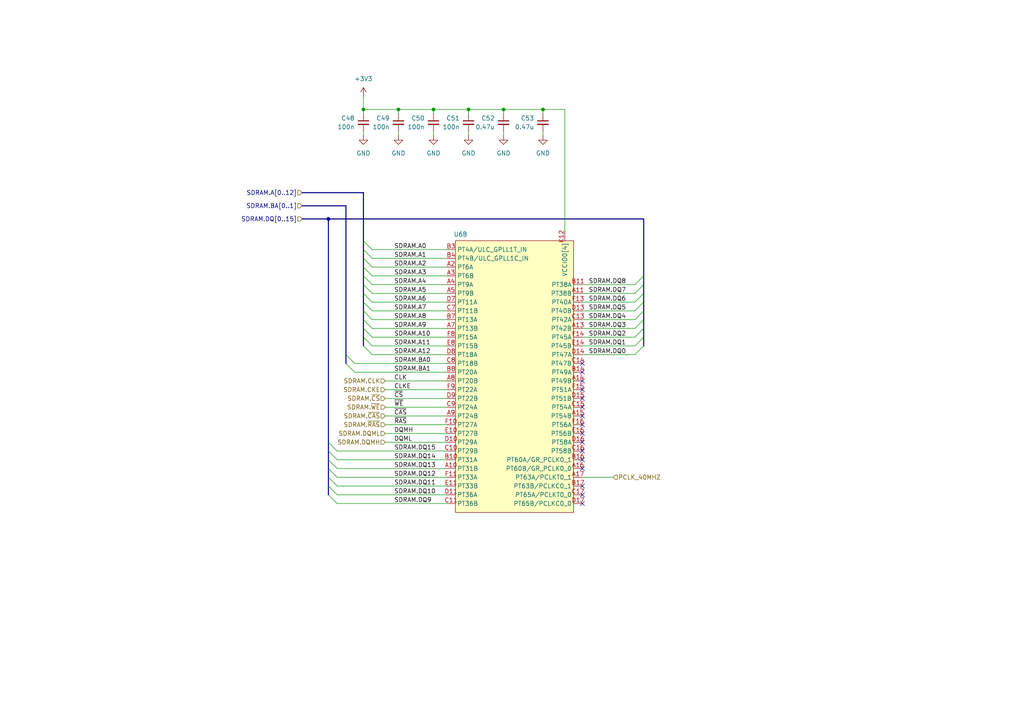
<source format=kicad_sch>
(kicad_sch (version 20250114) (generator "eeschema") (generator_version "9.0")
  (paper "A4")
  (title_block (title "${Project Designation}") (date "2024-06-30") (rev "${Revision}") (comment 1 "${Project Title}") (comment 2 "FPGA BANK 0") (comment 3 "${Part Number}"))
  (lib_symbols
    (symbol "Device:C_Small" (pin_numbers (hide yes)) (pin_names (offset 0.254) (hide yes))
      (property "Reference" "C" (at 0.254 1.778 0))
      (property "Value" "C_Small" (at 0.254 -2.032 0))
      (symbol "C_Small_1_1"
        (pin passive line (at 0 2.54 270) (length 2.032) (name "~") (number "1"))
        (pin passive line (at 0 -2.54 90) (length 2.032) (name "~") (number "2"))
      )
    )
    (symbol "ECAP5-BSOM:LFE5U-85F-*BG756*"
      (property "Reference" "U" (at -1.016 3.81 0))
      (symbol "LFE5U-85F-*BG756*_1_0"
        (pin power_in line (at -5.08 0 0) (length 2.54) (name "VCC[36]") (number "AA12"))
        (pin passive line (at -5.08 0 0) (length 2.54) (hide yes) (name "VCC") (number "AA13"))
        (pin passive line (at -5.08 0 0) (length 2.54) (hide yes) (name "VCC") (number "AA14"))
        (pin passive line (at -5.08 0 0) (length 2.54) (hide yes) (name "VCC") (number "AA15"))
        (pin passive line (at -5.08 0 0) (length 2.54) (hide yes) (name "VCC") (number "AA16"))
        (pin passive line (at -5.08 0 0) (length 2.54) (hide yes) (name "VCC") (number "AA17"))
        (pin passive line (at -5.08 0 0) (length 2.54) (hide yes) (name "VCC") (number "AA18"))
        (pin passive line (at -5.08 0 0) (length 2.54) (hide yes) (name "VCC") (number "AA19"))
        (pin passive line (at -5.08 0 0) (length 2.54) (hide yes) (name "VCC") (number "AA20"))
        (pin passive line (at -5.08 0 0) (length 2.54) (hide yes) (name "VCC") (number "AA21"))
        (pin passive line (at -5.08 0 0) (length 2.54) (hide yes) (name "VCC") (number "M12"))
        (pin passive line (at -5.08 0 0) (length 2.54) (hide yes) (name "VCC") (number "M13"))
        (pin passive line (at -5.08 0 0) (length 2.54) (hide yes) (name "VCC") (number "M14"))
        (pin passive line (at -5.08 0 0) (length 2.54) (hide yes) (name "VCC") (number "M15"))
        (pin passive line (at -5.08 0 0) (length 2.54) (hide yes) (name "VCC") (number "M16"))
        (pin passive line (at -5.08 0 0) (length 2.54) (hide yes) (name "VCC") (number "M17"))
        (pin passive line (at -5.08 0 0) (length 2.54) (hide yes) (name "VCC") (number "M18"))
        (pin passive line (at -5.08 0 0) (length 2.54) (hide yes) (name "VCC") (number "M19"))
        (pin passive line (at -5.08 0 0) (length 2.54) (hide yes) (name "VCC") (number "M20"))
        (pin passive line (at -5.08 0 0) (length 2.54) (hide yes) (name "VCC") (number "M21"))
        (pin passive line (at -5.08 0 0) (length 2.54) (hide yes) (name "VCC") (number "N12"))
        (pin passive line (at -5.08 0 0) (length 2.54) (hide yes) (name "VCC") (number "N21"))
        (pin passive line (at -5.08 0 0) (length 2.54) (hide yes) (name "VCC") (number "P12"))
        (pin passive line (at -5.08 0 0) (length 2.54) (hide yes) (name "VCC") (number "P21"))
        (pin passive line (at -5.08 0 0) (length 2.54) (hide yes) (name "VCC") (number "R12"))
        (pin passive line (at -5.08 0 0) (length 2.54) (hide yes) (name "VCC") (number "R21"))
        (pin passive line (at -5.08 0 0) (length 2.54) (hide yes) (name "VCC") (number "T12"))
        (pin passive line (at -5.08 0 0) (length 2.54) (hide yes) (name "VCC") (number "T21"))
        (pin passive line (at -5.08 0 0) (length 2.54) (hide yes) (name "VCC") (number "U12"))
        (pin passive line (at -5.08 0 0) (length 2.54) (hide yes) (name "VCC") (number "U21"))
        (pin passive line (at -5.08 0 0) (length 2.54) (hide yes) (name "VCC") (number "V12"))
        (pin passive line (at -5.08 0 0) (length 2.54) (hide yes) (name "VCC") (number "V21"))
        (pin passive line (at -5.08 0 0) (length 2.54) (hide yes) (name "VCC") (number "W12"))
        (pin passive line (at -5.08 0 0) (length 2.54) (hide yes) (name "VCC") (number "W21"))
        (pin passive line (at -5.08 0 0) (length 2.54) (hide yes) (name "VCC") (number "Y12"))
        (pin passive line (at -5.08 0 0) (length 2.54) (hide yes) (name "VCC") (number "Y21"))
        (pin power_in line (at 8.89 -15.24 90) (length 2.54) (name "GND[266]") (number "AA11"))
        (pin passive line (at 8.89 -15.24 90) (length 2.54) (hide yes) (name "GND") (number "AA22"))
        (pin passive line (at 8.89 -15.24 90) (length 2.54) (hide yes) (name "GND") (number "AB11"))
        (pin passive line (at 8.89 -15.24 90) (length 2.54) (hide yes) (name "GND") (number "AB12"))
        (pin passive line (at 8.89 -15.24 90) (length 2.54) (hide yes) (name "GND") (number "AB13"))
        (pin passive line (at 8.89 -15.24 90) (length 2.54) (hide yes) (name "GND") (number "AB14"))
        (pin passive line (at 8.89 -15.24 90) (length 2.54) (hide yes) (name "GND") (number "AB15"))
        (pin passive line (at 8.89 -15.24 90) (length 2.54) (hide yes) (name "GND") (number "AB16"))
        (pin passive line (at 8.89 -15.24 90) (length 2.54) (hide yes) (name "GND") (number "AB17"))
        (pin passive line (at 8.89 -15.24 90) (length 2.54) (hide yes) (name "GND") (number "AB18"))
        (pin passive line (at 8.89 -15.24 90) (length 2.54) (hide yes) (name "GND") (number "AB19"))
        (pin passive line (at 8.89 -15.24 90) (length 2.54) (hide yes) (name "GND") (number "AB20"))
        (pin passive line (at 8.89 -15.24 90) (length 2.54) (hide yes) (name "GND") (number "AB21"))
        (pin passive line (at 8.89 -15.24 90) (length 2.54) (hide yes) (name "GND") (number "AB22"))
        (pin passive line (at 8.89 -15.24 90) (length 2.54) (hide yes) (name "GND") (number "AC12"))
        (pin passive line (at 8.89 -15.24 90) (length 2.54) (hide yes) (name "GND") (number "AC13"))
        (pin passive line (at 8.89 -15.24 90) (length 2.54) (hide yes) (name "GND") (number "AC14"))
        (pin passive line (at 8.89 -15.24 90) (length 2.54) (hide yes) (name "GND") (number "AC15"))
        (pin passive line (at 8.89 -15.24 90) (length 2.54) (hide yes) (name "GND") (number "AC16"))
        (pin passive line (at 8.89 -15.24 90) (length 2.54) (hide yes) (name "GND") (number "AC17"))
        (pin passive line (at 8.89 -15.24 90) (length 2.54) (hide yes) (name "GND") (number "AC18"))
        (pin passive line (at 8.89 -15.24 90) (length 2.54) (hide yes) (name "GND") (number "AC19"))
        (pin passive line (at 8.89 -15.24 90) (length 2.54) (hide yes) (name "GND") (number "AC20"))
        (pin passive line (at 8.89 -15.24 90) (length 2.54) (hide yes) (name "GND") (number "AC21"))
        (pin passive line (at 8.89 -15.24 90) (length 2.54) (hide yes) (name "GND") (number "AD2"))
        (pin passive line (at 8.89 -15.24 90) (length 2.54) (hide yes) (name "GND") (number "AD28"))
        (pin passive line (at 8.89 -15.24 90) (length 2.54) (hide yes) (name "GND") (number "AD31"))
        (pin passive line (at 8.89 -15.24 90) (length 2.54) (hide yes) (name "GND") (number "AD5"))
        (pin passive line (at 8.89 -15.24 90) (length 2.54) (hide yes) (name "GND") (number "AF11"))
        (pin passive line (at 8.89 -15.24 90) (length 2.54) (hide yes) (name "GND") (number "AF12"))
        (pin passive line (at 8.89 -15.24 90) (length 2.54) (hide yes) (name "GND") (number "AF14"))
        (pin passive line (at 8.89 -15.24 90) (length 2.54) (hide yes) (name "GND") (number "AF15"))
        (pin passive line (at 8.89 -15.24 90) (length 2.54) (hide yes) (name "GND") (number "AF16"))
        (pin passive line (at 8.89 -15.24 90) (length 2.54) (hide yes) (name "GND") (number "AF17"))
        (pin passive line (at 8.89 -15.24 90) (length 2.54) (hide yes) (name "GND") (number "AF19"))
        (pin passive line (at 8.89 -15.24 90) (length 2.54) (hide yes) (name "GND") (number "AF20"))
        (pin passive line (at 8.89 -15.24 90) (length 2.54) (hide yes) (name "GND") (number "AF22"))
        (pin passive line (at 8.89 -15.24 90) (length 2.54) (hide yes) (name "GND") (number "AF23"))
        (pin passive line (at 8.89 -15.24 90) (length 2.54) (hide yes) (name "GND") (number "AG11"))
        (pin passive line (at 8.89 -15.24 90) (length 2.54) (hide yes) (name "GND") (number "AG12"))
        (pin passive line (at 8.89 -15.24 90) (length 2.54) (hide yes) (name "GND") (number "AG14"))
        (pin passive line (at 8.89 -15.24 90) (length 2.54) (hide yes) (name "GND") (number "AG15"))
        (pin passive line (at 8.89 -15.24 90) (length 2.54) (hide yes) (name "GND") (number "AG16"))
        (pin passive line (at 8.89 -15.24 90) (length 2.54) (hide yes) (name "GND") (number "AG17"))
        (pin passive line (at 8.89 -15.24 90) (length 2.54) (hide yes) (name "GND") (number "AG19"))
        (pin passive line (at 8.89 -15.24 90) (length 2.54) (hide yes) (name "GND") (number "AG20"))
        (pin passive line (at 8.89 -15.24 90) (length 2.54) (hide yes) (name "GND") (number "AG22"))
        (pin passive line (at 8.89 -15.24 90) (length 2.54) (hide yes) (name "GND") (number "AG23"))
        (pin passive line (at 8.89 -15.24 90) (length 2.54) (hide yes) (name "GND") (number "AG9"))
        (pin passive line (at 8.89 -15.24 90) (length 2.54) (hide yes) (name "GND") (number "AH11"))
        (pin passive line (at 8.89 -15.24 90) (length 2.54) (hide yes) (name "GND") (number "AH12"))
        (pin passive line (at 8.89 -15.24 90) (length 2.54) (hide yes) (name "GND") (number "AH14"))
        (pin passive line (at 8.89 -15.24 90) (length 2.54) (hide yes) (name "GND") (number "AH15"))
        (pin passive line (at 8.89 -15.24 90) (length 2.54) (hide yes) (name "GND") (number "AH16"))
        (pin passive line (at 8.89 -15.24 90) (length 2.54) (hide yes) (name "GND") (number "AH17"))
        (pin passive line (at 8.89 -15.24 90) (length 2.54) (hide yes) (name "GND") (number "AH19"))
        (pin passive line (at 8.89 -15.24 90) (length 2.54) (hide yes) (name "GND") (number "AH2"))
        (pin passive line (at 8.89 -15.24 90) (length 2.54) (hide yes) (name "GND") (number "AH20"))
        (pin passive line (at 8.89 -15.24 90) (length 2.54) (hide yes) (name "GND") (number "AH22"))
        (pin passive line (at 8.89 -15.24 90) (length 2.54) (hide yes) (name "GND") (number "AH23"))
        (pin passive line (at 8.89 -15.24 90) (length 2.54) (hide yes) (name "GND") (number "AH24"))
        (pin passive line (at 8.89 -15.24 90) (length 2.54) (hide yes) (name "GND") (number "AH25"))
        (pin passive line (at 8.89 -15.24 90) (length 2.54) (hide yes) (name "GND") (number "AH26"))
        (pin passive line (at 8.89 -15.24 90) (length 2.54) (hide yes) (name "GND") (number "AH29"))
        (pin passive line (at 8.89 -15.24 90) (length 2.54) (hide yes) (name "GND") (number "AH31"))
        (pin passive line (at 8.89 -15.24 90) (length 2.54) (hide yes) (name "GND") (number "AH5"))
        (pin passive line (at 8.89 -15.24 90) (length 2.54) (hide yes) (name "GND") (number "AH7"))
        (pin passive line (at 8.89 -15.24 90) (length 2.54) (hide yes) (name "GND") (number "AH8"))
        (pin passive line (at 8.89 -15.24 90) (length 2.54) (hide yes) (name "GND") (number "AH9"))
        (pin passive line (at 8.89 -15.24 90) (length 2.54) (hide yes) (name "GND") (number "AJ10"))
        (pin passive line (at 8.89 -15.24 90) (length 2.54) (hide yes) (name "GND") (number "AJ11"))
        (pin passive line (at 8.89 -15.24 90) (length 2.54) (hide yes) (name "GND") (number "AJ12"))
        (pin passive line (at 8.89 -15.24 90) (length 2.54) (hide yes) (name "GND") (number "AJ13"))
        (pin passive line (at 8.89 -15.24 90) (length 2.54) (hide yes) (name "GND") (number "AJ14"))
        (pin passive line (at 8.89 -15.24 90) (length 2.54) (hide yes) (name "GND") (number "AJ15"))
        (pin passive line (at 8.89 -15.24 90) (length 2.54) (hide yes) (name "GND") (number "AJ16"))
        (pin passive line (at 8.89 -15.24 90) (length 2.54) (hide yes) (name "GND") (number "AJ17"))
        (pin passive line (at 8.89 -15.24 90) (length 2.54) (hide yes) (name "GND") (number "AJ18"))
        (pin passive line (at 8.89 -15.24 90) (length 2.54) (hide yes) (name "GND") (number "AJ19"))
        (pin passive line (at 8.89 -15.24 90) (length 2.54) (hide yes) (name "GND") (number "AJ20"))
        (pin passive line (at 8.89 -15.24 90) (length 2.54) (hide yes) (name "GND") (number "AJ21"))
        (pin passive line (at 8.89 -15.24 90) (length 2.54) (hide yes) (name "GND") (number "AJ22"))
        (pin passive line (at 8.89 -15.24 90) (length 2.54) (hide yes) (name "GND") (number "AJ23"))
        (pin passive line (at 8.89 -15.24 90) (length 2.54) (hide yes) (name "GND") (number "AJ24"))
        (pin passive line (at 8.89 -15.24 90) (length 2.54) (hide yes) (name "GND") (number "AJ25"))
        (pin passive line (at 8.89 -15.24 90) (length 2.54) (hide yes) (name "GND") (number "AJ26"))
        (pin passive line (at 8.89 -15.24 90) (length 2.54) (hide yes) (name "GND") (number "AJ7"))
        (pin passive line (at 8.89 -15.24 90) (length 2.54) (hide yes) (name "GND") (number "AJ8"))
        (pin passive line (at 8.89 -15.24 90) (length 2.54) (hide yes) (name "GND") (number "AJ9"))
        (pin passive line (at 8.89 -15.24 90) (length 2.54) (hide yes) (name "GND") (number "AK11"))
        (pin passive line (at 8.89 -15.24 90) (length 2.54) (hide yes) (name "GND") (number "AK14"))
        (pin passive line (at 8.89 -15.24 90) (length 2.54) (hide yes) (name "GND") (number "AK17"))
        (pin passive line (at 8.89 -15.24 90) (length 2.54) (hide yes) (name "GND") (number "AK20"))
        (pin passive line (at 8.89 -15.24 90) (length 2.54) (hide yes) (name "GND") (number "AK23"))
        (pin passive line (at 8.89 -15.24 90) (length 2.54) (hide yes) (name "GND") (number "AK26"))
        (pin passive line (at 8.89 -15.24 90) (length 2.54) (hide yes) (name "GND") (number "AK7"))
        (pin passive line (at 8.89 -15.24 90) (length 2.54) (hide yes) (name "GND") (number "AK8"))
        (pin passive line (at 8.89 -15.24 90) (length 2.54) (hide yes) (name "GND") (number "AL11"))
        (pin passive line (at 8.89 -15.24 90) (length 2.54) (hide yes) (name "GND") (number "AL12"))
        (pin passive line (at 8.89 -15.24 90) (length 2.54) (hide yes) (name "GND") (number "AL14"))
        (pin passive line (at 8.89 -15.24 90) (length 2.54) (hide yes) (name "GND") (number "AL15"))
        (pin passive line (at 8.89 -15.24 90) (length 2.54) (hide yes) (name "GND") (number "AL17"))
        (pin passive line (at 8.89 -15.24 90) (length 2.54) (hide yes) (name "GND") (number "AL18"))
        (pin passive line (at 8.89 -15.24 90) (length 2.54) (hide yes) (name "GND") (number "AL2"))
        (pin passive line (at 8.89 -15.24 90) (length 2.54) (hide yes) (name "GND") (number "AL20"))
        (pin passive line (at 8.89 -15.24 90) (length 2.54) (hide yes) (name "GND") (number "AL21"))
        (pin passive line (at 8.89 -15.24 90) (length 2.54) (hide yes) (name "GND") (number "AL23"))
        (pin passive line (at 8.89 -15.24 90) (length 2.54) (hide yes) (name "GND") (number "AL24"))
        (pin passive line (at 8.89 -15.24 90) (length 2.54) (hide yes) (name "GND") (number "AL26"))
        (pin passive line (at 8.89 -15.24 90) (length 2.54) (hide yes) (name "GND") (number "AL29"))
        (pin passive line (at 8.89 -15.24 90) (length 2.54) (hide yes) (name "GND") (number "AL31"))
        (pin passive line (at 8.89 -15.24 90) (length 2.54) (hide yes) (name "GND") (number "AL5"))
        (pin passive line (at 8.89 -15.24 90) (length 2.54) (hide yes) (name "GND") (number "AL7"))
        (pin passive line (at 8.89 -15.24 90) (length 2.54) (hide yes) (name "GND") (number "AL8"))
        (pin passive line (at 8.89 -15.24 90) (length 2.54) (hide yes) (name "GND") (number "AL9"))
        (pin passive line (at 8.89 -15.24 90) (length 2.54) (hide yes) (name "GND") (number "AM11"))
        (pin passive line (at 8.89 -15.24 90) (length 2.54) (hide yes) (name "GND") (number "AM12"))
        (pin passive line (at 8.89 -15.24 90) (length 2.54) (hide yes) (name "GND") (number "AM14"))
        (pin passive line (at 8.89 -15.24 90) (length 2.54) (hide yes) (name "GND") (number "AM15"))
        (pin passive line (at 8.89 -15.24 90) (length 2.54) (hide yes) (name "GND") (number "AM17"))
        (pin passive line (at 8.89 -15.24 90) (length 2.54) (hide yes) (name "GND") (number "AM18"))
        (pin passive line (at 8.89 -15.24 90) (length 2.54) (hide yes) (name "GND") (number "AM20"))
        (pin passive line (at 8.89 -15.24 90) (length 2.54) (hide yes) (name "GND") (number "AM21"))
        (pin passive line (at 8.89 -15.24 90) (length 2.54) (hide yes) (name "GND") (number "AM23"))
        (pin passive line (at 8.89 -15.24 90) (length 2.54) (hide yes) (name "GND") (number "AM24"))
        (pin passive line (at 8.89 -15.24 90) (length 2.54) (hide yes) (name "GND") (number "AM26"))
        (pin passive line (at 8.89 -15.24 90) (length 2.54) (hide yes) (name "GND") (number "AM7"))
        (pin passive line (at 8.89 -15.24 90) (length 2.54) (hide yes) (name "GND") (number "AM8"))
        (pin passive line (at 8.89 -15.24 90) (length 2.54) (hide yes) (name "GND") (number "AM9"))
        (pin passive line (at 8.89 -15.24 90) (length 2.54) (hide yes) (name "GND") (number "B13"))
        (pin passive line (at 8.89 -15.24 90) (length 2.54) (hide yes) (name "GND") (number "B15"))
        (pin passive line (at 8.89 -15.24 90) (length 2.54) (hide yes) (name "GND") (number "B18"))
        (pin passive line (at 8.89 -15.24 90) (length 2.54) (hide yes) (name "GND") (number "B2"))
        (pin passive line (at 8.89 -15.24 90) (length 2.54) (hide yes) (name "GND") (number "B20"))
        (pin passive line (at 8.89 -15.24 90) (length 2.54) (hide yes) (name "GND") (number "B24"))
        (pin passive line (at 8.89 -15.24 90) (length 2.54) (hide yes) (name "GND") (number "B28"))
        (pin passive line (at 8.89 -15.24 90) (length 2.54) (hide yes) (name "GND") (number "B31"))
        (pin passive line (at 8.89 -15.24 90) (length 2.54) (hide yes) (name "GND") (number "B5"))
        (pin passive line (at 8.89 -15.24 90) (length 2.54) (hide yes) (name "GND") (number "B9"))
        (pin passive line (at 8.89 -15.24 90) (length 2.54) (hide yes) (name "GND") (number "E13"))
        (pin passive line (at 8.89 -15.24 90) (length 2.54) (hide yes) (name "GND") (number "E15"))
        (pin passive line (at 8.89 -15.24 90) (length 2.54) (hide yes) (name "GND") (number "E18"))
        (pin passive line (at 8.89 -15.24 90) (length 2.54) (hide yes) (name "GND") (number "E2"))
        (pin passive line (at 8.89 -15.24 90) (length 2.54) (hide yes) (name "GND") (number "E20"))
        (pin passive line (at 8.89 -15.24 90) (length 2.54) (hide yes) (name "GND") (number "E24"))
        (pin passive line (at 8.89 -15.24 90) (length 2.54) (hide yes) (name "GND") (number "E28"))
        (pin passive line (at 8.89 -15.24 90) (length 2.54) (hide yes) (name "GND") (number "E31"))
        (pin passive line (at 8.89 -15.24 90) (length 2.54) (hide yes) (name "GND") (number "E5"))
        (pin passive line (at 8.89 -15.24 90) (length 2.54) (hide yes) (name "GND") (number "E9"))
        (pin passive line (at 8.89 -15.24 90) (length 2.54) (hide yes) (name "GND") (number "J2"))
        (pin passive line (at 8.89 -15.24 90) (length 2.54) (hide yes) (name "GND") (number "J28"))
        (pin passive line (at 8.89 -15.24 90) (length 2.54) (hide yes) (name "GND") (number "J31"))
        (pin passive line (at 8.89 -15.24 90) (length 2.54) (hide yes) (name "GND") (number "J5"))
        (pin passive line (at 8.89 -15.24 90) (length 2.54) (hide yes) (name "GND") (number "K10"))
        (pin passive line (at 8.89 -15.24 90) (length 2.54) (hide yes) (name "GND") (number "K11"))
        (pin passive line (at 8.89 -15.24 90) (length 2.54) (hide yes) (name "GND") (number "K22"))
        (pin passive line (at 8.89 -15.24 90) (length 2.54) (hide yes) (name "GND") (number "K23"))
        (pin passive line (at 8.89 -15.24 90) (length 2.54) (hide yes) (name "GND") (number "L10"))
        (pin passive line (at 8.89 -15.24 90) (length 2.54) (hide yes) (name "GND") (number "L11"))
        (pin passive line (at 8.89 -15.24 90) (length 2.54) (hide yes) (name "GND") (number "L12"))
        (pin passive line (at 8.89 -15.24 90) (length 2.54) (hide yes) (name "GND") (number "L13"))
        (pin passive line (at 8.89 -15.24 90) (length 2.54) (hide yes) (name "GND") (number "L14"))
        (pin passive line (at 8.89 -15.24 90) (length 2.54) (hide yes) (name "GND") (number "L15"))
        (pin passive line (at 8.89 -15.24 90) (length 2.54) (hide yes) (name "GND") (number "L16"))
        (pin passive line (at 8.89 -15.24 90) (length 2.54) (hide yes) (name "GND") (number "L17"))
        (pin passive line (at 8.89 -15.24 90) (length 2.54) (hide yes) (name "GND") (number "L18"))
        (pin passive line (at 8.89 -15.24 90) (length 2.54) (hide yes) (name "GND") (number "L19"))
        (pin passive line (at 8.89 -15.24 90) (length 2.54) (hide yes) (name "GND") (number "L20"))
        (pin passive line (at 8.89 -15.24 90) (length 2.54) (hide yes) (name "GND") (number "L21"))
        (pin passive line (at 8.89 -15.24 90) (length 2.54) (hide yes) (name "GND") (number "L22"))
        (pin passive line (at 8.89 -15.24 90) (length 2.54) (hide yes) (name "GND") (number "L23"))
        (pin passive line (at 8.89 -15.24 90) (length 2.54) (hide yes) (name "GND") (number "M11"))
        (pin passive line (at 8.89 -15.24 90) (length 2.54) (hide yes) (name "GND") (number "M22"))
        (pin passive line (at 8.89 -15.24 90) (length 2.54) (hide yes) (name "GND") (number "N11"))
        (pin passive line (at 8.89 -15.24 90) (length 2.54) (hide yes) (name "GND") (number "N13"))
        (pin passive line (at 8.89 -15.24 90) (length 2.54) (hide yes) (name "GND") (number "N14"))
        (pin passive line (at 8.89 -15.24 90) (length 2.54) (hide yes) (name "GND") (number "N15"))
        (pin passive line (at 8.89 -15.24 90) (length 2.54) (hide yes) (name "GND") (number "N16"))
        (pin passive line (at 8.89 -15.24 90) (length 2.54) (hide yes) (name "GND") (number "N17"))
        (pin passive line (at 8.89 -15.24 90) (length 2.54) (hide yes) (name "GND") (number "N18"))
        (pin passive line (at 8.89 -15.24 90) (length 2.54) (hide yes) (name "GND") (number "N19"))
        (pin passive line (at 8.89 -15.24 90) (length 2.54) (hide yes) (name "GND") (number "N2"))
        (pin passive line (at 8.89 -15.24 90) (length 2.54) (hide yes) (name "GND") (number "N20"))
        (pin passive line (at 8.89 -15.24 90) (length 2.54) (hide yes) (name "GND") (number "N22"))
        (pin passive line (at 8.89 -15.24 90) (length 2.54) (hide yes) (name "GND") (number "N28"))
        (pin passive line (at 8.89 -15.24 90) (length 2.54) (hide yes) (name "GND") (number "N31"))
        (pin passive line (at 8.89 -15.24 90) (length 2.54) (hide yes) (name "GND") (number "N5"))
        (pin passive line (at 8.89 -15.24 90) (length 2.54) (hide yes) (name "GND") (number "P11"))
        (pin passive line (at 8.89 -15.24 90) (length 2.54) (hide yes) (name "GND") (number "P13"))
        (pin passive line (at 8.89 -15.24 90) (length 2.54) (hide yes) (name "GND") (number "P14"))
        (pin passive line (at 8.89 -15.24 90) (length 2.54) (hide yes) (name "GND") (number "P15"))
        (pin passive line (at 8.89 -15.24 90) (length 2.54) (hide yes) (name "GND") (number "P16"))
        (pin passive line (at 8.89 -15.24 90) (length 2.54) (hide yes) (name "GND") (number "P17"))
        (pin passive line (at 8.89 -15.24 90) (length 2.54) (hide yes) (name "GND") (number "P18"))
        (pin passive line (at 8.89 -15.24 90) (length 2.54) (hide yes) (name "GND") (number "P19"))
        (pin passive line (at 8.89 -15.24 90) (length 2.54) (hide yes) (name "GND") (number "P20"))
        (pin passive line (at 8.89 -15.24 90) (length 2.54) (hide yes) (name "GND") (number "P22"))
        (pin passive line (at 8.89 -15.24 90) (length 2.54) (hide yes) (name "GND") (number "R11"))
        (pin passive line (at 8.89 -15.24 90) (length 2.54) (hide yes) (name "GND") (number "R13"))
        (pin passive line (at 8.89 -15.24 90) (length 2.54) (hide yes) (name "GND") (number "R14"))
        (pin passive line (at 8.89 -15.24 90) (length 2.54) (hide yes) (name "GND") (number "R15"))
        (pin passive line (at 8.89 -15.24 90) (length 2.54) (hide yes) (name "GND") (number "R16"))
        (pin passive line (at 8.89 -15.24 90) (length 2.54) (hide yes) (name "GND") (number "R17"))
        (pin passive line (at 8.89 -15.24 90) (length 2.54) (hide yes) (name "GND") (number "R18"))
        (pin passive line (at 8.89 -15.24 90) (length 2.54) (hide yes) (name "GND") (number "R19"))
        (pin passive line (at 8.89 -15.24 90) (length 2.54) (hide yes) (name "GND") (number "R2"))
        (pin passive line (at 8.89 -15.24 90) (length 2.54) (hide yes) (name "GND") (number "R20"))
        (pin passive line (at 8.89 -15.24 90) (length 2.54) (hide yes) (name "GND") (number "R22"))
        (pin passive line (at 8.89 -15.24 90) (length 2.54) (hide yes) (name "GND") (number "R28"))
        (pin passive line (at 8.89 -15.24 90) (length 2.54) (hide yes) (name "GND") (number "R31"))
        (pin passive line (at 8.89 -15.24 90) (length 2.54) (hide yes) (name "GND") (number "R5"))
        (pin passive line (at 8.89 -15.24 90) (length 2.54) (hide yes) (name "GND") (number "T11"))
        (pin passive line (at 8.89 -15.24 90) (length 2.54) (hide yes) (name "GND") (number "T13"))
        (pin passive line (at 8.89 -15.24 90) (length 2.54) (hide yes) (name "GND") (number "T14"))
        (pin passive line (at 8.89 -15.24 90) (length 2.54) (hide yes) (name "GND") (number "T15"))
        (pin passive line (at 8.89 -15.24 90) (length 2.54) (hide yes) (name "GND") (number "T16"))
        (pin passive line (at 8.89 -15.24 90) (length 2.54) (hide yes) (name "GND") (number "T17"))
        (pin passive line (at 8.89 -15.24 90) (length 2.54) (hide yes) (name "GND") (number "T18"))
        (pin passive line (at 8.89 -15.24 90) (length 2.54) (hide yes) (name "GND") (number "T19"))
        (pin passive line (at 8.89 -15.24 90) (length 2.54) (hide yes) (name "GND") (number "T20"))
        (pin passive line (at 8.89 -15.24 90) (length 2.54) (hide yes) (name "GND") (number "T22"))
        (pin passive line (at 8.89 -15.24 90) (length 2.54) (hide yes) (name "GND") (number "U11"))
        (pin passive line (at 8.89 -15.24 90) (length 2.54) (hide yes) (name "GND") (number "U13"))
        (pin passive line (at 8.89 -15.24 90) (length 2.54) (hide yes) (name "GND") (number "U14"))
        (pin passive line (at 8.89 -15.24 90) (length 2.54) (hide yes) (name "GND") (number "U15"))
        (pin passive line (at 8.89 -15.24 90) (length 2.54) (hide yes) (name "GND") (number "U16"))
        (pin passive line (at 8.89 -15.24 90) (length 2.54) (hide yes) (name "GND") (number "U17"))
        (pin passive line (at 8.89 -15.24 90) (length 2.54) (hide yes) (name "GND") (number "U18"))
        (pin passive line (at 8.89 -15.24 90) (length 2.54) (hide yes) (name "GND") (number "U19"))
        (pin passive line (at 8.89 -15.24 90) (length 2.54) (hide yes) (name "GND") (number "U20"))
        (pin passive line (at 8.89 -15.24 90) (length 2.54) (hide yes) (name "GND") (number "U22"))
        (pin passive line (at 8.89 -15.24 90) (length 2.54) (hide yes) (name "GND") (number "V11"))
        (pin passive line (at 8.89 -15.24 90) (length 2.54) (hide yes) (name "GND") (number "V13"))
        (pin passive line (at 8.89 -15.24 90) (length 2.54) (hide yes) (name "GND") (number "V14"))
        (pin passive line (at 8.89 -15.24 90) (length 2.54) (hide yes) (name "GND") (number "V15"))
        (pin passive line (at 8.89 -15.24 90) (length 2.54) (hide yes) (name "GND") (number "V16"))
        (pin passive line (at 8.89 -15.24 90) (length 2.54) (hide yes) (name "GND") (number "V17"))
        (pin passive line (at 8.89 -15.24 90) (length 2.54) (hide yes) (name "GND") (number "V18"))
        (pin passive line (at 8.89 -15.24 90) (length 2.54) (hide yes) (name "GND") (number "V19"))
        (pin passive line (at 8.89 -15.24 90) (length 2.54) (hide yes) (name "GND") (number "V2"))
        (pin passive line (at 8.89 -15.24 90) (length 2.54) (hide yes) (name "GND") (number "V20"))
        (pin passive line (at 8.89 -15.24 90) (length 2.54) (hide yes) (name "GND") (number "V22"))
        (pin passive line (at 8.89 -15.24 90) (length 2.54) (hide yes) (name "GND") (number "V28"))
        (pin passive line (at 8.89 -15.24 90) (length 2.54) (hide yes) (name "GND") (number "V31"))
        (pin passive line (at 8.89 -15.24 90) (length 2.54) (hide yes) (name "GND") (number "V5"))
        (pin passive line (at 8.89 -15.24 90) (length 2.54) (hide yes) (name "GND") (number "W11"))
        (pin passive line (at 8.89 -15.24 90) (length 2.54) (hide yes) (name "GND") (number "W13"))
        (pin passive line (at 8.89 -15.24 90) (length 2.54) (hide yes) (name "GND") (number "W14"))
        (pin passive line (at 8.89 -15.24 90) (length 2.54) (hide yes) (name "GND") (number "W15"))
        (pin passive line (at 8.89 -15.24 90) (length 2.54) (hide yes) (name "GND") (number "W16"))
        (pin passive line (at 8.89 -15.24 90) (length 2.54) (hide yes) (name "GND") (number "W17"))
        (pin passive line (at 8.89 -15.24 90) (length 2.54) (hide yes) (name "GND") (number "W18"))
        (pin passive line (at 8.89 -15.24 90) (length 2.54) (hide yes) (name "GND") (number "W19"))
        (pin passive line (at 8.89 -15.24 90) (length 2.54) (hide yes) (name "GND") (number "W20"))
        (pin passive line (at 8.89 -15.24 90) (length 2.54) (hide yes) (name "GND") (number "W22"))
        (pin passive line (at 8.89 -15.24 90) (length 2.54) (hide yes) (name "GND") (number "Y11"))
        (pin passive line (at 8.89 -15.24 90) (length 2.54) (hide yes) (name "GND") (number "Y13"))
        (pin passive line (at 8.89 -15.24 90) (length 2.54) (hide yes) (name "GND") (number "Y14"))
        (pin passive line (at 8.89 -15.24 90) (length 2.54) (hide yes) (name "GND") (number "Y15"))
        (pin passive line (at 8.89 -15.24 90) (length 2.54) (hide yes) (name "GND") (number "Y16"))
        (pin passive line (at 8.89 -15.24 90) (length 2.54) (hide yes) (name "GND") (number "Y17"))
        (pin passive line (at 8.89 -15.24 90) (length 2.54) (hide yes) (name "GND") (number "Y18"))
        (pin passive line (at 8.89 -15.24 90) (length 2.54) (hide yes) (name "GND") (number "Y19"))
        (pin passive line (at 8.89 -15.24 90) (length 2.54) (hide yes) (name "GND") (number "Y2"))
        (pin passive line (at 8.89 -15.24 90) (length 2.54) (hide yes) (name "GND") (number "Y20"))
        (pin passive line (at 8.89 -15.24 90) (length 2.54) (hide yes) (name "GND") (number "Y22"))
        (pin passive line (at 8.89 -15.24 90) (length 2.54) (hide yes) (name "GND") (number "Y31"))
        (pin no_connect line (at 15.24 -15.24 90) (length 2.54) (hide yes) (name "RESERVED") (number "AK10"))
        (pin no_connect line (at 15.24 -15.24 90) (length 2.54) (hide yes) (name "RESERVED") (number "AK12"))
        (pin no_connect line (at 15.24 -15.24 90) (length 2.54) (hide yes) (name "RESERVED") (number "AK13"))
        (pin no_connect line (at 15.24 -15.24 90) (length 2.54) (hide yes) (name "RESERVED") (number "AK15"))
        (pin no_connect line (at 15.24 -15.24 90) (length 2.54) (hide yes) (name "RESERVED") (number "AK16"))
        (pin no_connect line (at 15.24 -15.24 90) (length 2.54) (hide yes) (name "RESERVED") (number "AK18"))
        (pin no_connect line (at 15.24 -15.24 90) (length 2.54) (hide yes) (name "RESERVED") (number "AK19"))
        (pin no_connect line (at 15.24 -15.24 90) (length 2.54) (hide yes) (name "RESERVED") (number "AK21"))
        (pin no_connect line (at 15.24 -15.24 90) (length 2.54) (hide yes) (name "RESERVED") (number "AK22"))
        (pin no_connect line (at 15.24 -15.24 90) (length 2.54) (hide yes) (name "RESERVED") (number "AK24"))
        (pin no_connect line (at 15.24 -15.24 90) (length 2.54) (hide yes) (name "RESERVED") (number "AK25"))
        (pin no_connect line (at 15.24 -15.24 90) (length 2.54) (hide yes) (name "RESERVED") (number "AK9"))
        (pin no_connect line (at 17.78 -15.24 90) (length 2.54) (hide yes) (name "NC") (number "AC29"))
        (pin no_connect line (at 17.78 -15.24 90) (length 2.54) (hide yes) (name "NC") (number "AC4"))
        (pin no_connect line (at 17.78 -15.24 90) (length 2.54) (hide yes) (name "NC") (number "AE26"))
        (pin no_connect line (at 17.78 -15.24 90) (length 2.54) (hide yes) (name "NC") (number "AE7"))
        (pin no_connect line (at 17.78 -15.24 90) (length 2.54) (hide yes) (name "NC") (number "AG2"))
        (pin no_connect line (at 17.78 -15.24 90) (length 2.54) (hide yes) (name "NC") (number "AG24"))
        (pin no_connect line (at 17.78 -15.24 90) (length 2.54) (hide yes) (name "NC") (number "AG31"))
        (pin no_connect line (at 17.78 -15.24 90) (length 2.54) (hide yes) (name "NC") (number "E26"))
        (pin no_connect line (at 17.78 -15.24 90) (length 2.54) (hide yes) (name "NC") (number "E7"))
        (pin no_connect line (at 17.78 -15.24 90) (length 2.54) (hide yes) (name "NC") (number "G10"))
        (pin no_connect line (at 17.78 -15.24 90) (length 2.54) (hide yes) (name "NC") (number "G11"))
        (pin no_connect line (at 17.78 -15.24 90) (length 2.54) (hide yes) (name "NC") (number "G14"))
        (pin no_connect line (at 17.78 -15.24 90) (length 2.54) (hide yes) (name "NC") (number "G15"))
        (pin no_connect line (at 17.78 -15.24 90) (length 2.54) (hide yes) (name "NC") (number "G16"))
        (pin no_connect line (at 17.78 -15.24 90) (length 2.54) (hide yes) (name "NC") (number "G17"))
        (pin no_connect line (at 17.78 -15.24 90) (length 2.54) (hide yes) (name "NC") (number "G18"))
        (pin no_connect line (at 17.78 -15.24 90) (length 2.54) (hide yes) (name "NC") (number "G19"))
        (pin no_connect line (at 17.78 -15.24 90) (length 2.54) (hide yes) (name "NC") (number "G22"))
        (pin no_connect line (at 17.78 -15.24 90) (length 2.54) (hide yes) (name "NC") (number "G23"))
        (pin no_connect line (at 17.78 -15.24 90) (length 2.54) (hide yes) (name "NC") (number "G24"))
        (pin no_connect line (at 17.78 -15.24 90) (length 2.54) (hide yes) (name "NC") (number "G9"))
        (pin no_connect line (at 17.78 -15.24 90) (length 2.54) (hide yes) (name "NC") (number "H29"))
        (pin no_connect line (at 17.78 -15.24 90) (length 2.54) (hide yes) (name "NC") (number "H4"))
        (pin no_connect line (at 17.78 -15.24 90) (length 2.54) (hide yes) (name "NC") (number "L28"))
        (pin no_connect line (at 17.78 -15.24 90) (length 2.54) (hide yes) (name "NC") (number "L5"))
        (pin no_connect line (at 17.78 -15.24 90) (length 2.54) (hide yes) (name "NC") (number "V3"))
        (pin no_connect line (at 17.78 -15.24 90) (length 2.54) (hide yes) (name "NC") (number "V30"))
        (pin no_connect line (at 17.78 -15.24 90) (length 2.54) (hide yes) (name "NC") (number "W27"))
        (pin no_connect line (at 17.78 -15.24 90) (length 2.54) (hide yes) (name "NC") (number "W6"))
        (pin power_in line (at 22.86 0 180) (length 2.54) (name "VCCAUX[8]") (number "AC11"))
        (pin passive line (at 22.86 0 180) (length 2.54) (hide yes) (name "VCCAUX") (number "AC22"))
        (pin passive line (at 22.86 0 180) (length 2.54) (hide yes) (name "VCCAUX") (number "K13"))
        (pin passive line (at 22.86 0 180) (length 2.54) (hide yes) (name "VCCAUX") (number "K20"))
        (pin passive line (at 22.86 0 180) (length 2.54) (hide yes) (name "VCCAUX") (number "N10"))
        (pin passive line (at 22.86 0 180) (length 2.54) (hide yes) (name "VCCAUX") (number "N23"))
        (pin passive line (at 22.86 0 180) (length 2.54) (hide yes) (name "VCCAUX") (number "Y10"))
        (pin passive line (at 22.86 0 180) (length 2.54) (hide yes) (name "VCCAUX") (number "Y23"))
      )
      (symbol "LFE5U-85F-*BG756*_2_0"
        (pin bidirectional line (at -3.81 0 0) (length 2.54) (name "PT4A/ULC_GPLL1T_IN") (number "B3"))
        (pin bidirectional line (at -3.81 -2.54 0) (length 2.54) (name "PT4B/ULC_GPLL1C_IN") (number "B4"))
        (pin bidirectional line (at -3.81 -5.08 0) (length 2.54) (name "PT6A") (number "A2"))
        (pin bidirectional line (at -3.81 -7.62 0) (length 2.54) (name "PT6B") (number "A3"))
        (pin bidirectional line (at -3.81 -10.16 0) (length 2.54) (name "PT9A") (number "A4"))
        (pin bidirectional line (at -3.81 -12.7 0) (length 2.54) (name "PT9B") (number "A5"))
        (pin bidirectional line (at -3.81 -15.24 0) (length 2.54) (name "PT11A") (number "D7"))
        (pin bidirectional line (at -3.81 -17.78 0) (length 2.54) (name "PT11B") (number "C7"))
        (pin bidirectional line (at -3.81 -20.32 0) (length 2.54) (name "PT13A") (number "B7"))
        (pin bidirectional line (at -3.81 -22.86 0) (length 2.54) (name "PT13B") (number "A7"))
        (pin bidirectional line (at -3.81 -25.4 0) (length 2.54) (name "PT15A") (number "F8"))
        (pin bidirectional line (at -3.81 -27.94 0) (length 2.54) (name "PT15B") (number "E8"))
        (pin bidirectional line (at -3.81 -30.48 0) (length 2.54) (name "PT18A") (number "D8"))
        (pin bidirectional line (at -3.81 -33.02 0) (length 2.54) (name "PT18B") (number "C8"))
        (pin bidirectional line (at -3.81 -35.56 0) (length 2.54) (name "PT20A") (number "B8"))
        (pin bidirectional line (at -3.81 -38.1 0) (length 2.54) (name "PT20B") (number "A8"))
        (pin bidirectional line (at -3.81 -40.64 0) (length 2.54) (name "PT22A") (number "F9"))
        (pin bidirectional line (at -3.81 -43.18 0) (length 2.54) (name "PT22B") (number "D9"))
        (pin bidirectional line (at -3.81 -45.72 0) (length 2.54) (name "PT24A") (number "C9"))
        (pin bidirectional line (at -3.81 -48.26 0) (length 2.54) (name "PT24B") (number "A9"))
        (pin bidirectional line (at -3.81 -50.8 0) (length 2.54) (name "PT27A") (number "F10"))
        (pin bidirectional line (at -3.81 -53.34 0) (length 2.54) (name "PT27B") (number "E10"))
        (pin bidirectional line (at -3.81 -55.88 0) (length 2.54) (name "PT29A") (number "D10"))
        (pin bidirectional line (at -3.81 -58.42 0) (length 2.54) (name "PT29B") (number "C10"))
        (pin bidirectional line (at -3.81 -60.96 0) (length 2.54) (name "PT31A") (number "B10"))
        (pin bidirectional line (at -3.81 -63.5 0) (length 2.54) (name "PT31B") (number "A10"))
        (pin bidirectional line (at -3.81 -66.04 0) (length 2.54) (name "PT33A") (number "F11"))
        (pin bidirectional line (at -3.81 -68.58 0) (length 2.54) (name "PT33B") (number "E11"))
        (pin bidirectional line (at -3.81 -71.12 0) (length 2.54) (name "PT36A") (number "D11"))
        (pin bidirectional line (at -3.81 -73.66 0) (length 2.54) (name "PT36B") (number "C11"))
        (pin power_in line (at 30.48 5.08 270) (length 2.54) (name "VCCIO0[4]") (number "K12"))
        (pin passive line (at 30.48 5.08 270) (length 2.54) (hide yes) (name "VCCIO0") (number "K14"))
        (pin passive line (at 30.48 5.08 270) (length 2.54) (hide yes) (name "VCCIO0") (number "K15"))
        (pin passive line (at 30.48 5.08 270) (length 2.54) (hide yes) (name "VCCIO0") (number "K16"))
        (pin bidirectional line (at 35.56 -10.16 180) (length 2.54) (name "PT38A") (number "B11"))
        (pin bidirectional line (at 35.56 -12.7 180) (length 2.54) (name "PT38B") (number "A11"))
        (pin bidirectional line (at 35.56 -15.24 180) (length 2.54) (name "PT40A") (number "F13"))
        (pin bidirectional line (at 35.56 -17.78 180) (length 2.54) (name "PT40B") (number "D13"))
        (pin bidirectional line (at 35.56 -20.32 180) (length 2.54) (name "PT42A") (number "C13"))
        (pin bidirectional line (at 35.56 -22.86 180) (length 2.54) (name "PT42B") (number "A13"))
        (pin bidirectional line (at 35.56 -25.4 180) (length 2.54) (name "PT45A") (number "F14"))
        (pin bidirectional line (at 35.56 -27.94 180) (length 2.54) (name "PT45B") (number "E14"))
        (pin bidirectional line (at 35.56 -30.48 180) (length 2.54) (name "PT47A") (number "D14"))
        (pin bidirectional line (at 35.56 -33.02 180) (length 2.54) (name "PT47B") (number "C14"))
        (pin bidirectional line (at 35.56 -35.56 180) (length 2.54) (name "PT49A") (number "B14"))
        (pin bidirectional line (at 35.56 -38.1 180) (length 2.54) (name "PT49B") (number "A14"))
        (pin bidirectional line (at 35.56 -40.64 180) (length 2.54) (name "PT51A") (number "F15"))
        (pin bidirectional line (at 35.56 -43.18 180) (length 2.54) (name "PT51B") (number "D15"))
        (pin bidirectional line (at 35.56 -45.72 180) (length 2.54) (name "PT54A") (number "C15"))
        (pin bidirectional line (at 35.56 -48.26 180) (length 2.54) (name "PT54B") (number "A15"))
        (pin bidirectional line (at 35.56 -50.8 180) (length 2.54) (name "PT56A") (number "F16"))
        (pin bidirectional line (at 35.56 -53.34 180) (length 2.54) (name "PT56B") (number "E16"))
        (pin bidirectional line (at 35.56 -55.88 180) (length 2.54) (name "PT58A") (number "D16"))
        (pin bidirectional line (at 35.56 -58.42 180) (length 2.54) (name "PT58B") (number "C16"))
        (pin bidirectional line (at 35.56 -60.96 180) (length 2.54) (name "PT60A/GR_PCLK0_1") (number "B16"))
        (pin bidirectional line (at 35.56 -63.5 180) (length 2.54) (name "PT60B/GR_PCLK0_0") (number "A16"))
        (pin bidirectional line (at 35.56 -66.04 180) (length 2.54) (name "PT63A/PCLKT0_1") (number "A17"))
        (pin bidirectional line (at 35.56 -68.58 180) (length 2.54) (name "PT63B/PCLKC0_1") (number "B17"))
        (pin bidirectional line (at 35.56 -71.12 180) (length 2.54) (name "PT65A/PCLKT0_0") (number "C17"))
        (pin bidirectional line (at 35.56 -73.66 180) (length 2.54) (name "PT65B/PCLKC0_0") (number "D17"))
      )
      (symbol "LFE5U-85F-*BG756*_3_0"
        (pin bidirectional line (at -3.81 0 0) (length 2.54) (name "PT69A/PCLKT1_1") (number "E17"))
        (pin bidirectional line (at -3.81 -2.54 0) (length 2.54) (name "PT69B/PCLKC1_1") (number "F17"))
        (pin bidirectional line (at -3.81 -5.08 0) (length 2.54) (name "PT71A/PCLKT1_0") (number "A18"))
        (pin bidirectional line (at -3.81 -7.62 0) (length 2.54) (name "PT71B/PCLKC1_0") (number "C18"))
        (pin bidirectional line (at -3.81 -10.16 0) (length 2.54) (name "PT74A/GR_PCLK1_0") (number "D18"))
        (pin bidirectional line (at -3.81 -12.7 0) (length 2.54) (name "PT74B/GR_PCLK1_1") (number "F18"))
        (pin bidirectional line (at -3.81 -15.24 0) (length 2.54) (name "PT76A") (number "A19"))
        (pin bidirectional line (at -3.81 -17.78 0) (length 2.54) (name "PT76B") (number "B19"))
        (pin bidirectional line (at -3.81 -20.32 0) (length 2.54) (name "PT78A") (number "C19"))
        (pin bidirectional line (at -3.81 -22.86 0) (length 2.54) (name "PT78B") (number "D19"))
        (pin bidirectional line (at -3.81 -25.4 0) (length 2.54) (name "PT80A") (number "E19"))
        (pin bidirectional line (at -3.81 -27.94 0) (length 2.54) (name "PT80B") (number "F19"))
        (pin bidirectional line (at -3.81 -30.48 0) (length 2.54) (name "PT83A") (number "A20"))
        (pin bidirectional line (at -3.81 -33.02 0) (length 2.54) (name "PT83B") (number "C20"))
        (pin bidirectional line (at -3.81 -35.56 0) (length 2.54) (name "PT85A") (number "D20"))
        (pin bidirectional line (at -3.81 -38.1 0) (length 2.54) (name "PT85B") (number "F20"))
        (pin bidirectional line (at -3.81 -40.64 0) (length 2.54) (name "PT87A") (number "A22"))
        (pin bidirectional line (at -3.81 -43.18 0) (length 2.54) (name "PT87B") (number "B22"))
        (pin bidirectional line (at -3.81 -45.72 0) (length 2.54) (name "PT89A") (number "C22"))
        (pin bidirectional line (at -3.81 -48.26 0) (length 2.54) (name "PT89B") (number "D22"))
        (pin bidirectional line (at -3.81 -50.8 0) (length 2.54) (name "PT92A") (number "E22"))
        (pin bidirectional line (at -3.81 -53.34 0) (length 2.54) (name "PT92B") (number "F22"))
        (pin bidirectional line (at -3.81 -55.88 0) (length 2.54) (name "PT94A") (number "A23"))
        (pin bidirectional line (at -3.81 -58.42 0) (length 2.54) (name "PT94B") (number "B23"))
        (pin bidirectional line (at -3.81 -60.96 0) (length 2.54) (name "PT96A") (number "C23"))
        (pin bidirectional line (at -3.81 -63.5 0) (length 2.54) (name "PT96B") (number "D23"))
        (pin bidirectional line (at -3.81 -66.04 0) (length 2.54) (name "PT98A") (number "E23"))
        (pin bidirectional line (at -3.81 -68.58 0) (length 2.54) (name "PT98B") (number "F23"))
        (pin bidirectional line (at -3.81 -71.12 0) (length 2.54) (name "PT101A") (number "A24"))
        (pin bidirectional line (at -3.81 -73.66 0) (length 2.54) (name "PT101B") (number "C24"))
        (pin power_in line (at 30.48 5.08 270) (length 2.54) (name "VCCIO1[4]") (number "K17"))
        (pin passive line (at 30.48 5.08 270) (length 2.54) (hide yes) (name "VCCIO1") (number "K18"))
        (pin passive line (at 30.48 5.08 270) (length 2.54) (hide yes) (name "VCCIO1") (number "K19"))
        (pin passive line (at 30.48 5.08 270) (length 2.54) (hide yes) (name "VCCIO1") (number "K21"))
        (pin bidirectional line (at 35.56 -30.48 180) (length 2.54) (name "PT103A") (number "D24"))
        (pin bidirectional line (at 35.56 -33.02 180) (length 2.54) (name "PT103B") (number "F24"))
        (pin bidirectional line (at 35.56 -35.56 180) (length 2.54) (name "PT105A") (number "A25"))
        (pin bidirectional line (at 35.56 -38.1 180) (length 2.54) (name "PT105B") (number "B25"))
        (pin bidirectional line (at 35.56 -40.64 180) (length 2.54) (name "PT107A") (number "C25"))
        (pin bidirectional line (at 35.56 -43.18 180) (length 2.54) (name "PT107B") (number "D25"))
        (pin bidirectional line (at 35.56 -45.72 180) (length 2.54) (name "PT110A") (number "E25"))
        (pin bidirectional line (at 35.56 -48.26 180) (length 2.54) (name "PT110B") (number "F25"))
        (pin bidirectional line (at 35.56 -50.8 180) (length 2.54) (name "PT112A") (number "A26"))
        (pin bidirectional line (at 35.56 -53.34 180) (length 2.54) (name "PT112B") (number "B26"))
        (pin bidirectional line (at 35.56 -55.88 180) (length 2.54) (name "PT114A") (number "C26"))
        (pin bidirectional line (at 35.56 -58.42 180) (length 2.54) (name "PT114B") (number "D26"))
        (pin bidirectional line (at 35.56 -60.96 180) (length 2.54) (name "PT116A") (number "A28"))
        (pin bidirectional line (at 35.56 -63.5 180) (length 2.54) (name "PT116B") (number "A29"))
        (pin bidirectional line (at 35.56 -66.04 180) (length 2.54) (name "PT119A") (number "A30"))
        (pin bidirectional line (at 35.56 -68.58 180) (length 2.54) (name "PT119B") (number "A31"))
        (pin bidirectional line (at 35.56 -71.12 180) (length 2.54) (name "PT121A/URC_GPLL1T_IN") (number "B29"))
        (pin bidirectional line (at 35.56 -73.66 180) (length 2.54) (name "PT121B/URC_GPLL1C_IN") (number "B30"))
      )
      (symbol "LFE5U-85F-*BG756*_4_0"
        (pin bidirectional line (at -3.81 0 0) (length 2.54) (name "PR11A/URC_GPLL0T_IN") (number "C28"))
        (pin bidirectional line (at -3.81 -2.54 0) (length 2.54) (name "PR11B/URC_GPLL0C_IN") (number "D28"))
        (pin bidirectional line (at -3.81 -5.08 0) (length 2.54) (name "PR11C") (number "C29"))
        (pin bidirectional line (at -3.81 -7.62 0) (length 2.54) (name "PR11D") (number "C30"))
        (pin bidirectional line (at -3.81 -10.16 0) (length 2.54) (name "PR14A") (number "D29"))
        (pin bidirectional line (at -3.81 -12.7 0) (length 2.54) (name "PR14B") (number "E29"))
        (pin bidirectional line (at -3.81 -15.24 0) (length 2.54) (name "PR14C") (number "F29"))
        (pin bidirectional line (at -3.81 -17.78 0) (length 2.54) (name "PR14D") (number "F28"))
        (pin bidirectional line (at -3.81 -20.32 0) (length 2.54) (name "PR17A") (number "B32"))
        (pin bidirectional line (at -3.81 -22.86 0) (length 2.54) (name "PR17B") (number "C31"))
        (pin bidirectional line (at -3.81 -25.4 0) (length 2.54) (name "PR17C") (number "D30"))
        (pin bidirectional line (at -3.81 -27.94 0) (length 2.54) (name "PR17D") (number "D31"))
        (pin bidirectional line (at -3.81 -30.48 0) (length 2.54) (name "PR20A") (number "F30"))
        (pin bidirectional line (at -3.81 -33.02 0) (length 2.54) (name "PR20B") (number "E30"))
        (pin bidirectional line (at -3.81 -35.56 0) (length 2.54) (name "PR20C") (number "C32"))
        (pin bidirectional line (at -3.81 -38.1 0) (length 2.54) (name "PR20D") (number "D32"))
        (pin bidirectional line (at -3.81 -40.64 0) (length 2.54) (name "PR23A") (number "F31"))
        (pin bidirectional line (at -3.81 -43.18 0) (length 2.54) (name "PR23B") (number "E32"))
        (pin bidirectional line (at -3.81 -45.72 0) (length 2.54) (name "PR23C") (number "F32"))
        (pin bidirectional line (at -3.81 -48.26 0) (length 2.54) (name "PR23D") (number "H32"))
        (pin bidirectional line (at -3.81 -50.8 0) (length 2.54) (name "PR26A") (number "H31"))
        (pin bidirectional line (at -3.81 -53.34 0) (length 2.54) (name "PR26B") (number "H30"))
        (pin bidirectional line (at -3.81 -55.88 0) (length 2.54) (name "PR26C") (number "J30"))
        (pin bidirectional line (at -3.81 -58.42 0) (length 2.54) (name "PR26D") (number "K30"))
        (pin bidirectional line (at -3.81 -60.96 0) (length 2.54) (name "PR29A") (number "K31"))
        (pin bidirectional line (at -3.81 -63.5 0) (length 2.54) (name "PR29B") (number "J32"))
        (pin bidirectional line (at -3.81 -66.04 0) (length 2.54) (name "PR29C") (number "K32"))
        (pin bidirectional line (at -3.81 -68.58 0) (length 2.54) (name "PR29D") (number "L32"))
        (pin bidirectional line (at -3.81 -71.12 0) (length 2.54) (name "PR32A") (number "L31"))
        (pin bidirectional line (at -3.81 -73.66 0) (length 2.54) (name "PR32B") (number "L30"))
        (pin power_in line (at 30.48 5.08 270) (length 2.54) (name "VCCIO2[4]") (number "M23"))
        (pin passive line (at 30.48 5.08 270) (length 2.54) (hide yes) (name "VCCIO2") (number "P23"))
        (pin passive line (at 30.48 5.08 270) (length 2.54) (hide yes) (name "VCCIO2") (number "R23"))
        (pin passive line (at 30.48 5.08 270) (length 2.54) (hide yes) (name "VCCIO2") (number "T23"))
        (pin bidirectional line (at 35.56 -30.48 180) (length 2.54) (name "PR32C") (number "J29"))
        (pin bidirectional line (at 35.56 -33.02 180) (length 2.54) (name "PR32D") (number "K29"))
        (pin bidirectional line (at 35.56 -35.56 180) (length 2.54) (name "PR35A") (number "H27"))
        (pin bidirectional line (at 35.56 -38.1 180) (length 2.54) (name "PR35B") (number "H28"))
        (pin bidirectional line (at 35.56 -40.64 180) (length 2.54) (name "PR35C/VREF1_2") (number "J26"))
        (pin bidirectional line (at 35.56 -43.18 180) (length 2.54) (name "PR35D") (number "J27"))
        (pin bidirectional line (at 35.56 -45.72 180) (length 2.54) (name "PR38A") (number "K27"))
        (pin bidirectional line (at 35.56 -48.26 180) (length 2.54) (name "PR38B") (number "K26"))
        (pin bidirectional line (at 35.56 -50.8 180) (length 2.54) (name "PR38C") (number "K28"))
        (pin bidirectional line (at 35.56 -53.34 180) (length 2.54) (name "PR38D") (number "L29"))
        (pin bidirectional line (at 35.56 -55.88 180) (length 2.54) (name "PR41A/GR_PCLK2_1") (number "N30"))
        (pin bidirectional line (at 35.56 -58.42 180) (length 2.54) (name "PR41B") (number "N29"))
        (pin bidirectional line (at 35.56 -60.96 180) (length 2.54) (name "PR41C/GR_PCLK2_0") (number "L26"))
        (pin bidirectional line (at 35.56 -63.5 180) (length 2.54) (name "PR41D") (number "L27"))
        (pin bidirectional line (at 35.56 -66.04 180) (length 2.54) (name "PR44A/PCLKT2_1") (number "N27"))
        (pin bidirectional line (at 35.56 -68.58 180) (length 2.54) (name "PR44B/PCLKC2_1") (number "N26"))
        (pin bidirectional line (at 35.56 -71.12 180) (length 2.54) (name "PR44C/PCLKT2_0") (number "P27"))
        (pin bidirectional line (at 35.56 -73.66 180) (length 2.54) (name "PR44D/PCLKC2_0") (number "P26"))
      )
      (symbol "LFE5U-85F-*BG756*_5_0"
        (pin bidirectional line (at -3.81 0 0) (length 2.54) (name "PR47A/PCLKT3_1") (number "P28"))
        (pin bidirectional line (at -3.81 -2.54 0) (length 2.54) (name "PR47B/PCLKC3_1") (number "P29"))
        (pin bidirectional line (at -3.81 -5.08 0) (length 2.54) (name "PR47C/PCLKT3_0") (number "R26"))
        (pin bidirectional line (at -3.81 -7.62 0) (length 2.54) (name "PR47D/PCLKC3_0") (number "T26"))
        (pin bidirectional line (at -3.81 -10.16 0) (length 2.54) (name "PR50A/GR_PCLK3_0") (number "R27"))
        (pin bidirectional line (at -3.81 -12.7 0) (length 2.54) (name "PR50B") (number "T27"))
        (pin bidirectional line (at -3.81 -15.24 0) (length 2.54) (name "PR50C/GR_PCLK3_1") (number "U27"))
        (pin bidirectional line (at -3.81 -17.78 0) (length 2.54) (name "PR50D") (number "U26"))
        (pin bidirectional line (at -3.81 -20.32 0) (length 2.54) (name "PR53A") (number "R29"))
        (pin bidirectional line (at -3.81 -22.86 0) (length 2.54) (name "PR53B") (number "T28"))
        (pin bidirectional line (at -3.81 -25.4 0) (length 2.54) (name "PR53C") (number "T29"))
        (pin bidirectional line (at -3.81 -27.94 0) (length 2.54) (name "PR53D") (number "U28"))
        (pin bidirectional line (at -3.81 -30.48 0) (length 2.54) (name "PR56A") (number "U29"))
        (pin bidirectional line (at -3.81 -33.02 0) (length 2.54) (name "PR56B/VREF1_3") (number "V29"))
        (pin bidirectional line (at -3.81 -35.56 0) (length 2.54) (name "PR56C") (number "V27"))
        (pin bidirectional line (at -3.81 -38.1 0) (length 2.54) (name "PR56D") (number "V26"))
        (pin bidirectional line (at -3.81 -40.64 0) (length 2.54) (name "PR59A") (number "P31"))
        (pin bidirectional line (at -3.81 -43.18 0) (length 2.54) (name "PR59B") (number "P30"))
        (pin bidirectional line (at -3.81 -45.72 0) (length 2.54) (name "PR59C") (number "R30"))
        (pin bidirectional line (at -3.81 -48.26 0) (length 2.54) (name "PR59D") (number "T30"))
        (pin bidirectional line (at -3.81 -50.8 0) (length 2.54) (name "PR62A") (number "N32"))
        (pin bidirectional line (at -3.81 -53.34 0) (length 2.54) (name "PR62B") (number "P32"))
        (pin bidirectional line (at -3.81 -55.88 0) (length 2.54) (name "PR62C") (number "U31"))
        (pin bidirectional line (at -3.81 -58.42 0) (length 2.54) (name "PR62D") (number "U30"))
        (pin bidirectional line (at -3.81 -60.96 0) (length 2.54) (name "PR65A") (number "R32"))
        (pin bidirectional line (at -3.81 -63.5 0) (length 2.54) (name "PR65B") (number "T31"))
        (pin bidirectional line (at -3.81 -66.04 0) (length 2.54) (name "PR65C") (number "W30"))
        (pin bidirectional line (at -3.81 -68.58 0) (length 2.54) (name "PR65D") (number "Y30"))
        (pin bidirectional line (at -3.81 -71.12 0) (length 2.54) (name "PR68A") (number "T32"))
        (pin bidirectional line (at -3.81 -73.66 0) (length 2.54) (name "PR68B") (number "U32"))
        (pin bidirectional line (at -3.81 -76.2 0) (length 2.54) (name "PR68C") (number "V32"))
        (pin bidirectional line (at -3.81 -78.74 0) (length 2.54) (name "PR68D") (number "W32"))
        (pin bidirectional line (at -3.81 -81.28 0) (length 2.54) (name "PR71A") (number "Y26"))
        (pin bidirectional line (at -3.81 -83.82 0) (length 2.54) (name "PR71B") (number "Y27"))
        (pin power_in line (at 30.48 5.08 270) (length 2.54) (name "VCCIO3[4]") (number "AA23"))
        (pin passive line (at 30.48 5.08 270) (length 2.54) (hide yes) (name "VCCIO3") (number "U23"))
        (pin passive line (at 30.48 5.08 270) (length 2.54) (hide yes) (name "VCCIO3") (number "V23"))
        (pin passive line (at 30.48 5.08 270) (length 2.54) (hide yes) (name "VCCIO3") (number "W23"))
        (pin bidirectional line (at 35.56 -10.16 180) (length 2.54) (name "PR71C") (number "Y28"))
        (pin bidirectional line (at 35.56 -12.7 180) (length 2.54) (name "PR71D") (number "W28"))
        (pin bidirectional line (at 35.56 -15.24 180) (length 2.54) (name "PR74A") (number "Y29"))
        (pin bidirectional line (at 35.56 -17.78 180) (length 2.54) (name "PR74B") (number "W29"))
        (pin bidirectional line (at 35.56 -20.32 180) (length 2.54) (name "PR74C") (number "AB26"))
        (pin bidirectional line (at 35.56 -22.86 180) (length 2.54) (name "PR74D") (number "AC27"))
        (pin bidirectional line (at 35.56 -25.4 180) (length 2.54) (name "PR77A") (number "AB28"))
        (pin bidirectional line (at 35.56 -27.94 180) (length 2.54) (name "PR77B") (number "AB27"))
        (pin bidirectional line (at 35.56 -30.48 180) (length 2.54) (name "PR77C") (number "AC26"))
        (pin bidirectional line (at 35.56 -33.02 180) (length 2.54) (name "PR77D") (number "AD26"))
        (pin bidirectional line (at 35.56 -35.56 180) (length 2.54) (name "PR80A") (number "AD27"))
        (pin bidirectional line (at 35.56 -38.1 180) (length 2.54) (name "PR80B") (number "AE27"))
        (pin bidirectional line (at 35.56 -40.64 180) (length 2.54) (name "PR80C") (number "AE28"))
        (pin bidirectional line (at 35.56 -43.18 180) (length 2.54) (name "PR80D") (number "AE29"))
        (pin bidirectional line (at 35.56 -45.72 180) (length 2.54) (name "PR83A") (number "AB30"))
        (pin bidirectional line (at 35.56 -48.26 180) (length 2.54) (name "PR83B") (number "AB29"))
        (pin bidirectional line (at 35.56 -50.8 180) (length 2.54) (name "PR83C") (number "AC28"))
        (pin bidirectional line (at 35.56 -53.34 180) (length 2.54) (name "PR83D") (number "AD29"))
        (pin bidirectional line (at 35.56 -55.88 180) (length 2.54) (name "PR86A") (number "W31"))
        (pin bidirectional line (at 35.56 -58.42 180) (length 2.54) (name "PR86B") (number "Y32"))
        (pin bidirectional line (at 35.56 -60.96 180) (length 2.54) (name "PR86C") (number "AD30"))
        (pin bidirectional line (at 35.56 -63.5 180) (length 2.54) (name "PR86D") (number "AE30"))
        (pin bidirectional line (at 35.56 -66.04 180) (length 2.54) (name "PR89A") (number "AC30"))
        (pin bidirectional line (at 35.56 -68.58 180) (length 2.54) (name "PR89B") (number "AB31"))
        (pin bidirectional line (at 35.56 -71.12 180) (length 2.54) (name "PR89C") (number "AC31"))
        (pin bidirectional line (at 35.56 -73.66 180) (length 2.54) (name "PR89D") (number "AE31"))
        (pin bidirectional line (at 35.56 -76.2 180) (length 2.54) (name "PR92A") (number "AB32"))
        (pin bidirectional line (at 35.56 -78.74 180) (length 2.54) (name "PR92B") (number "AC32"))
        (pin bidirectional line (at 35.56 -81.28 180) (length 2.54) (name "PR92C/LRC_GPLL0T_IN") (number "AD32"))
        (pin bidirectional line (at 35.56 -83.82 180) (length 2.54) (name "PR92D/LRC_GPLL0C_IN") (number "AE32"))
      )
      (symbol "LFE5U-85F-*BG756*_6_0"
        (pin bidirectional line (at -3.81 0 0) (length 2.54) (name "PB96A") (number "AM28"))
        (pin bidirectional line (at -3.81 -2.54 0) (length 2.54) (name "PB98A") (number "AL28"))
        (pin bidirectional line (at -3.81 -5.08 0) (length 2.54) (name "PB96B") (number "AM29"))
        (pin bidirectional line (at -3.81 -7.62 0) (length 2.54) (name "PB98B") (number "AK28"))
        (pin bidirectional line (at -3.81 -10.16 0) (length 2.54) (name "PB101A") (number "AK32"))
        (pin bidirectional line (at -3.81 -12.7 0) (length 2.54) (name "PB103A") (number "AM30"))
        (pin bidirectional line (at -3.81 -15.24 0) (length 2.54) (name "PB101B") (number "AJ32"))
        (pin bidirectional line (at -3.81 -17.78 0) (length 2.54) (name "PB103B") (number "AL30"))
        (pin bidirectional line (at -3.81 -20.32 0) (length 2.54) (name "PB105A") (number "AK31"))
        (pin bidirectional line (at -3.81 -22.86 0) (length 2.54) (name "PB107A") (number "AM31"))
        (pin bidirectional line (at -3.81 -25.4 0) (length 2.54) (name "PB105B") (number "AJ31"))
        (pin bidirectional line (at -3.81 -27.94 0) (length 2.54) (name "PB107B") (number "AL32"))
        (pin bidirectional line (at -3.81 -30.48 0) (length 2.54) (name "PB110A") (number "AG28"))
        (pin bidirectional line (at -3.81 -33.02 0) (length 2.54) (name "PB112A") (number "AJ28"))
        (pin bidirectional line (at -3.81 -35.56 0) (length 2.54) (name "PB110B") (number "AG29"))
        (pin bidirectional line (at -3.81 -38.1 0) (length 2.54) (name "PB112B") (number "AH28"))
        (pin bidirectional line (at -3.81 -40.64 0) (length 2.54) (name "PB114A") (number "AH30"))
        (pin bidirectional line (at -3.81 -43.18 0) (length 2.54) (name "PB116A") (number "AK29"))
        (pin bidirectional line (at -3.81 -45.72 0) (length 2.54) (name "PB114B") (number "AG30"))
        (pin bidirectional line (at -3.81 -48.26 0) (length 2.54) (name "PB116B") (number "AK30"))
        (pin bidirectional line (at -3.81 -50.8 0) (length 2.54) (name "PB119A") (number "AH32"))
        (pin bidirectional line (at -3.81 -53.34 0) (length 2.54) (name "PB121A") (number "AJ29"))
        (pin bidirectional line (at -3.81 -55.88 0) (length 2.54) (name "PB119B") (number "AG32"))
        (pin bidirectional line (at -3.81 -58.42 0) (length 2.54) (name "PB121B") (number "AJ30"))
        (pin power_in line (at 30.48 5.08 270) (length 2.54) (name "VCCIO4[2]") (number "AB23"))
        (pin passive line (at 30.48 5.08 270) (length 2.54) (hide yes) (name "VCCIO4") (number "AC23"))
      )
      (symbol "LFE5U-85F-*BG756*_7_0"
        (pin bidirectional line (at -3.81 0 0) (length 2.54) (name "PL47A/PCLKT6_1") (number "P5"))
        (pin bidirectional line (at -3.81 -2.54 0) (length 2.54) (name "PL47B/PCLKC6_1") (number "P4"))
        (pin bidirectional line (at -3.81 -5.08 0) (length 2.54) (name "PL47C/PCLKT6_0") (number "R7"))
        (pin bidirectional line (at -3.81 -7.62 0) (length 2.54) (name "PL47D/PCLKC6_0") (number "T7"))
        (pin bidirectional line (at -3.81 -10.16 0) (length 2.54) (name "PL50A/GR_PCLK6_0") (number "R6"))
        (pin bidirectional line (at -3.81 -12.7 0) (length 2.54) (name "PL50B") (number "T6"))
        (pin bidirectional line (at -3.81 -15.24 0) (length 2.54) (name "PL50C/GR_PCLK6_1") (number "U6"))
        (pin bidirectional line (at -3.81 -17.78 0) (length 2.54) (name "PL50D") (number "U7"))
        (pin bidirectional line (at -3.81 -20.32 0) (length 2.54) (name "PL53A") (number "R4"))
        (pin bidirectional line (at -3.81 -22.86 0) (length 2.54) (name "PL53B") (number "T5"))
        (pin bidirectional line (at -3.81 -25.4 0) (length 2.54) (name "PL53C") (number "T4"))
        (pin bidirectional line (at -3.81 -27.94 0) (length 2.54) (name "PL53D") (number "U5"))
        (pin bidirectional line (at -3.81 -30.48 0) (length 2.54) (name "PL56A") (number "U4"))
        (pin bidirectional line (at -3.81 -33.02 0) (length 2.54) (name "PL56B/VREF1_6") (number "V4"))
        (pin bidirectional line (at -3.81 -35.56 0) (length 2.54) (name "PL56C") (number "V6"))
        (pin bidirectional line (at -3.81 -38.1 0) (length 2.54) (name "PL56D") (number "V7"))
        (pin bidirectional line (at -3.81 -40.64 0) (length 2.54) (name "PL59A") (number "P2"))
        (pin bidirectional line (at -3.81 -43.18 0) (length 2.54) (name "PL59B") (number "P3"))
        (pin bidirectional line (at -3.81 -45.72 0) (length 2.54) (name "PL59C") (number "R3"))
        (pin bidirectional line (at -3.81 -48.26 0) (length 2.54) (name "PL59D") (number "T3"))
        (pin bidirectional line (at -3.81 -50.8 0) (length 2.54) (name "PL62A") (number "N1"))
        (pin bidirectional line (at -3.81 -53.34 0) (length 2.54) (name "PL62B") (number "P1"))
        (pin bidirectional line (at -3.81 -55.88 0) (length 2.54) (name "PL62C") (number "U2"))
        (pin bidirectional line (at -3.81 -58.42 0) (length 2.54) (name "PL62D") (number "U3"))
        (pin bidirectional line (at -3.81 -60.96 0) (length 2.54) (name "PL65A") (number "R1"))
        (pin bidirectional line (at -3.81 -63.5 0) (length 2.54) (name "PL65B") (number "T2"))
        (pin bidirectional line (at -3.81 -66.04 0) (length 2.54) (name "PL65C") (number "W3"))
        (pin bidirectional line (at -3.81 -68.58 0) (length 2.54) (name "PL65D") (number "Y3"))
        (pin bidirectional line (at -3.81 -71.12 0) (length 2.54) (name "PL68A") (number "T1"))
        (pin bidirectional line (at -3.81 -73.66 0) (length 2.54) (name "PL68B") (number "U1"))
        (pin bidirectional line (at -3.81 -76.2 0) (length 2.54) (name "PL68C") (number "V1"))
        (pin bidirectional line (at -3.81 -78.74 0) (length 2.54) (name "PL68D") (number "W1"))
        (pin bidirectional line (at -3.81 -81.28 0) (length 2.54) (name "PL71A") (number "Y7"))
        (pin bidirectional line (at -3.81 -83.82 0) (length 2.54) (name "PL71B") (number "Y6"))
        (pin power_in line (at 30.48 5.08 270) (length 2.54) (name "VCCIO6[4]") (number "AA10"))
        (pin passive line (at 30.48 5.08 270) (length 2.54) (hide yes) (name "VCCIO6") (number "U10"))
        (pin passive line (at 30.48 5.08 270) (length 2.54) (hide yes) (name "VCCIO6") (number "V10"))
        (pin passive line (at 30.48 5.08 270) (length 2.54) (hide yes) (name "VCCIO6") (number "W10"))
        (pin bidirectional line (at 35.56 -10.16 180) (length 2.54) (name "PL71C") (number "Y5"))
        (pin bidirectional line (at 35.56 -12.7 180) (length 2.54) (name "PL71D") (number "W5"))
        (pin bidirectional line (at 35.56 -15.24 180) (length 2.54) (name "PL74A") (number "Y4"))
        (pin bidirectional line (at 35.56 -17.78 180) (length 2.54) (name "PL74B") (number "W4"))
        (pin bidirectional line (at 35.56 -20.32 180) (length 2.54) (name "PL74C") (number "AB7"))
        (pin bidirectional line (at 35.56 -22.86 180) (length 2.54) (name "PL74D") (number "AC6"))
        (pin bidirectional line (at 35.56 -25.4 180) (length 2.54) (name "PL77A") (number "AB5"))
        (pin bidirectional line (at 35.56 -27.94 180) (length 2.54) (name "PL77B") (number "AB6"))
        (pin bidirectional line (at 35.56 -30.48 180) (length 2.54) (name "PL77C") (number "AC7"))
        (pin bidirectional line (at 35.56 -33.02 180) (length 2.54) (name "PL77D") (number "AD7"))
        (pin bidirectional line (at 35.56 -35.56 180) (length 2.54) (name "PL80A") (number "AD6"))
        (pin bidirectional line (at 35.56 -38.1 180) (length 2.54) (name "PL80B") (number "AE6"))
        (pin bidirectional line (at 35.56 -40.64 180) (length 2.54) (name "PL80C") (number "AE5"))
        (pin bidirectional line (at 35.56 -43.18 180) (length 2.54) (name "PL80D") (number "AE4"))
        (pin bidirectional line (at 35.56 -45.72 180) (length 2.54) (name "PL83A") (number "AB3"))
        (pin bidirectional line (at 35.56 -48.26 180) (length 2.54) (name "PL83B") (number "AB4"))
        (pin bidirectional line (at 35.56 -50.8 180) (length 2.54) (name "PL83C") (number "AC5"))
        (pin bidirectional line (at 35.56 -53.34 180) (length 2.54) (name "PL83D") (number "AD4"))
        (pin bidirectional line (at 35.56 -55.88 180) (length 2.54) (name "PL86A") (number "W2"))
        (pin bidirectional line (at 35.56 -58.42 180) (length 2.54) (name "PL86B") (number "Y1"))
        (pin bidirectional line (at 35.56 -60.96 180) (length 2.54) (name "PL86C") (number "AD3"))
        (pin bidirectional line (at 35.56 -63.5 180) (length 2.54) (name "PL86D") (number "AE3"))
        (pin bidirectional line (at 35.56 -66.04 180) (length 2.54) (name "PL89A") (number "AC3"))
        (pin bidirectional line (at 35.56 -68.58 180) (length 2.54) (name "PL89B") (number "AB2"))
        (pin bidirectional line (at 35.56 -71.12 180) (length 2.54) (name "PL89C") (number "AC2"))
        (pin bidirectional line (at 35.56 -73.66 180) (length 2.54) (name "PL89D") (number "AE2"))
        (pin bidirectional line (at 35.56 -76.2 180) (length 2.54) (name "PL92A") (number "AB1"))
        (pin bidirectional line (at 35.56 -78.74 180) (length 2.54) (name "PL92B") (number "AC1"))
        (pin bidirectional line (at 35.56 -81.28 180) (length 2.54) (name "PL92C/LLC_GPLL0T_IN") (number "AD1"))
        (pin bidirectional line (at 35.56 -83.82 180) (length 2.54) (name "PL92D/LLC_GPLL0C_IN") (number "AE1"))
      )
      (symbol "LFE5U-85F-*BG756*_8_0"
        (pin bidirectional line (at -3.81 0 0) (length 2.54) (name "PL11A/ULC_GPLL0T_IN/LDQ17") (number "C5"))
        (pin bidirectional line (at -3.81 -2.54 0) (length 2.54) (name "PL11B/ULC_GPLL0C_IN/LDQ17") (number "D5"))
        (pin bidirectional line (at -3.81 -5.08 0) (length 2.54) (name "PL11C/LDQ17") (number "C4"))
        (pin bidirectional line (at -3.81 -7.62 0) (length 2.54) (name "PL11D/LDQ17") (number "C3"))
        (pin bidirectional line (at -3.81 -10.16 0) (length 2.54) (name "PL14A/LDQ17") (number "D4"))
        (pin bidirectional line (at -3.81 -12.7 0) (length 2.54) (name "PL14C/LDQ17") (number "F4"))
        (pin bidirectional line (at -3.81 -15.24 0) (length 2.54) (name "PL14B/LDQ17") (number "E4"))
        (pin bidirectional line (at -3.81 -17.78 0) (length 2.54) (name "PL14D/LDQ17") (number "F5"))
        (pin bidirectional line (at -3.81 -20.32 0) (length 2.54) (name "PL17A/LDQS17") (number "B1"))
        (pin bidirectional line (at -3.81 -22.86 0) (length 2.54) (name "PL17C/LDQ17") (number "D3"))
        (pin bidirectional line (at -3.81 -25.4 0) (length 2.54) (name "PL17B/LDQSN17") (number "C2"))
        (pin bidirectional line (at -3.81 -27.94 0) (length 2.54) (name "PL17D/LDQ17") (number "D2"))
        (pin bidirectional line (at -3.81 -30.48 0) (length 2.54) (name "PL20A/LDQ17") (number "F3"))
        (pin bidirectional line (at -3.81 -33.02 0) (length 2.54) (name "PL20C/LDQ17") (number "C1"))
        (pin bidirectional line (at -3.81 -35.56 0) (length 2.54) (name "PL20B/LDQ17") (number "E3"))
        (pin bidirectional line (at -3.81 -38.1 0) (length 2.54) (name "PL20D/LDQ17") (number "D1"))
        (pin bidirectional line (at -3.81 -40.64 0) (length 2.54) (name "PL23A/LDQ29") (number "F2"))
        (pin bidirectional line (at -3.81 -43.18 0) (length 2.54) (name "PL23C/LDQ29") (number "F1"))
        (pin bidirectional line (at -3.81 -45.72 0) (length 2.54) (name "PL23B/LDQ29") (number "E1"))
        (pin bidirectional line (at -3.81 -48.26 0) (length 2.54) (name "PL23D/LDQ29") (number "H1"))
        (pin bidirectional line (at -3.81 -50.8 0) (length 2.54) (name "PL26A/LDQ29") (number "H2"))
        (pin bidirectional line (at -3.81 -53.34 0) (length 2.54) (name "PL26C/LDQ29") (number "J3"))
        (pin bidirectional line (at -3.81 -55.88 0) (length 2.54) (name "PL26B/LDQ29") (number "H3"))
        (pin bidirectional line (at -3.81 -58.42 0) (length 2.54) (name "PL26D/LDQ29") (number "K3"))
        (pin bidirectional line (at -3.81 -60.96 0) (length 2.54) (name "PL29A/LDQS29") (number "K2"))
        (pin bidirectional line (at -3.81 -63.5 0) (length 2.54) (name "PL29C/LDQ29") (number "K1"))
        (pin bidirectional line (at -3.81 -66.04 0) (length 2.54) (name "PL29B/LDQSN29") (number "J1"))
        (pin bidirectional line (at -3.81 -68.58 0) (length 2.54) (name "PL29D/LDQ29") (number "L1"))
        (pin bidirectional line (at -3.81 -71.12 0) (length 2.54) (name "PL32A/LDQ29") (number "L2"))
        (pin bidirectional line (at -3.81 -73.66 0) (length 2.54) (name "PL32C/LDQ29") (number "J4"))
        (pin power_in line (at 40.64 5.08 270) (length 2.54) (name "VCCIO7[4]") (number "M10"))
        (pin passive line (at 40.64 5.08 270) (length 2.54) (hide yes) (name "VCCIO7") (number "P10"))
        (pin passive line (at 40.64 5.08 270) (length 2.54) (hide yes) (name "VCCIO7") (number "R10"))
        (pin passive line (at 40.64 5.08 270) (length 2.54) (hide yes) (name "VCCIO7") (number "T10"))
        (pin bidirectional line (at 45.72 -30.48 180) (length 2.54) (name "PL32B/LDQ29") (number "L3"))
        (pin bidirectional line (at 45.72 -33.02 180) (length 2.54) (name "PL32D/LDQ29") (number "K4"))
        (pin bidirectional line (at 45.72 -35.56 180) (length 2.54) (name "PL35A/LDQ41") (number "H6"))
        (pin bidirectional line (at 45.72 -38.1 180) (length 2.54) (name "PL35C/VREF1_7/LDQ41") (number "J7"))
        (pin bidirectional line (at 45.72 -40.64 180) (length 2.54) (name "PL35B/LDQ41") (number "H5"))
        (pin bidirectional line (at 45.72 -43.18 180) (length 2.54) (name "PL35D/LDQ41") (number "J6"))
        (pin bidirectional line (at 45.72 -45.72 180) (length 2.54) (name "PL38A/LDQ41") (number "K6"))
        (pin bidirectional line (at 45.72 -48.26 180) (length 2.54) (name "PL38C/LDQ41") (number "K5"))
        (pin bidirectional line (at 45.72 -50.8 180) (length 2.54) (name "PL38B/LDQ41") (number "K7"))
        (pin bidirectional line (at 45.72 -53.34 180) (length 2.54) (name "PL38D/LDQ41") (number "L4"))
        (pin bidirectional line (at 45.72 -55.88 180) (length 2.54) (name "PL41A/GR_PCLK7_1/LDQS41") (number "N3"))
        (pin bidirectional line (at 45.72 -58.42 180) (length 2.54) (name "PL41C/GR_PCLK7_0/LDQ41") (number "L7"))
        (pin bidirectional line (at 45.72 -60.96 180) (length 2.54) (name "PL41B/LDQSN41") (number "N4"))
        (pin bidirectional line (at 45.72 -63.5 180) (length 2.54) (name "PL41D/LDQ41") (number "L6"))
        (pin bidirectional line (at 45.72 -66.04 180) (length 2.54) (name "PL44A/PCLKT7_1/LDQ41") (number "N6"))
        (pin bidirectional line (at 45.72 -68.58 180) (length 2.54) (name "PL44C/PCLKT7_0/LDQ41") (number "P6"))
        (pin bidirectional line (at 45.72 -71.12 180) (length 2.54) (name "PL44B/PCLKC7_1/LDQ41") (number "N7"))
        (pin bidirectional line (at 45.72 -73.66 180) (length 2.54) (name "PL44D/PCLKC7_0/LDQ41") (number "P7"))
      )
      (symbol "LFE5U-85F-*BG756*_9_0"
        (pin bidirectional line (at -3.81 0 0) (length 2.54) (name "PB4A/D7/IO7") (number "AG1"))
        (pin bidirectional line (at -3.81 -2.54 0) (length 2.54) (name "PB4B/D6/IO6") (number "AH1"))
        (pin bidirectional line (at -3.81 -5.08 0) (length 2.54) (name "PB6A/D5/MISO2/IO5") (number "AJ1"))
        (pin bidirectional line (at -3.81 -7.62 0) (length 2.54) (name "PB6B/D4/MOSI2/IO4") (number "AK1"))
        (pin bidirectional line (at -3.81 -10.16 0) (length 2.54) (name "PB9A/D3/IO3") (number "AL1"))
        (pin bidirectional line (at -3.81 -12.7 0) (length 2.54) (name "PB9B/D2/IO2") (number "AM2"))
        (pin bidirectional line (at -3.81 -15.24 0) (length 2.54) (name "PB11A/D1/MISO/IO1") (number "AJ2"))
        (pin bidirectional line (at -3.81 -17.78 0) (length 2.54) (name "PB11B/D0/MOSI/IO0") (number "AK2"))
        (pin bidirectional line (at -3.81 -20.32 0) (length 2.54) (name "PB13A/SN/CSN") (number "AG3"))
        (pin bidirectional line (at -3.81 -22.86 0) (length 2.54) (name "PB13B/CS1N") (number "AH3"))
        (pin bidirectional line (at -3.81 -25.4 0) (length 2.54) (name "PB15A/HOLDN/DI/BUSY/CSSPIN/CEN") (number "AJ3"))
        (pin bidirectional line (at -3.81 -27.94 0) (length 2.54) (name "PB15B/DOUT/CS0N") (number "AK3"))
        (pin bidirectional line (at -3.81 -30.48 0) (length 2.54) (name "PB18A/WRITEN") (number "AL3"))
        (pin bidirectional line (at -3.81 -33.02 0) (length 2.54) (name "CCLK/MCLK/SCK") (number "AM3"))
        (pin bidirectional line (at -3.81 -35.56 0) (length 2.54) (name "CFG_2") (number "AK4"))
        (pin bidirectional line (at -3.81 -38.1 0) (length 2.54) (name "CFG_1") (number "AL4"))
        (pin bidirectional line (at -3.81 -40.64 0) (length 2.54) (name "CFG_0") (number "AM4"))
        (pin bidirectional line (at -3.81 -43.18 0) (length 2.54) (name "INITN") (number "AG4"))
        (pin bidirectional line (at -3.81 -45.72 0) (length 2.54) (name "DONE") (number "AJ4"))
        (pin bidirectional line (at -3.81 -48.26 0) (length 2.54) (name "PROGRAMN") (number "AH4"))
        (pin power_in line (at 34.29 5.08 270) (length 2.54) (name "VCCIO8[2]") (number "AB10"))
        (pin passive line (at 34.29 5.08 270) (length 2.54) (hide yes) (name "VCCIO8") (number "AC10"))
      )
      (symbol "LFE5U-85F-*BG756*_10_0"
        (pin input line (at -5.08 0 0) (length 2.54) (name "TDI") (number "AJ5"))
        (pin input line (at -5.08 -2.54 0) (length 2.54) (name "TMS") (number "AM5"))
        (pin output line (at -5.08 -5.08 0) (length 2.54) (name "TDO") (number "AG5"))
        (pin input line (at -5.08 -7.62 0) (length 2.54) (name "TCK") (number "AK5"))
      )
    )
    (symbol "power:+3V3" (power) (pin_numbers (hide yes)) (pin_names (offset 0) (hide yes))
      (property "Value" "+3V3" (at 0 3.556 0))
      (symbol "+3V3_1_1"
        (pin power_in line (at 0 0 90) (length 0) (name "~") (number "1"))
      )
    )
    (symbol "power:GND" (power) (pin_numbers (hide yes)) (pin_names (offset 0) (hide yes))
      (property "Value" "GND" (at 0 -3.81 0))
      (symbol "GND_1_1"
        (pin power_in line (at 0 0 270) (length 0) (name "~") (number "1"))
      )
    )
  )
  (junction (at 105.41 31.75))
  (junction (at 115.57 31.75))
  (junction (at 157.48 31.75))
  (junction (at 95.25 63.5))
  (junction (at 125.73 31.75))
  (junction (at 135.89 31.75))
  (junction (at 146.05 31.75))
  (no_connect (at 168.91 115.57))
  (no_connect (at 168.91 130.81))
  (no_connect (at 168.91 105.41))
  (no_connect (at 168.91 140.97))
  (no_connect (at 168.91 118.11))
  (no_connect (at 168.91 146.05))
  (no_connect (at 168.91 133.35))
  (no_connect (at 168.91 143.51))
  (no_connect (at 168.91 135.89))
  (no_connect (at 168.91 128.27))
  (no_connect (at 168.91 123.19))
  (no_connect (at 168.91 107.95))
  (no_connect (at 168.91 113.03))
  (no_connect (at 168.91 120.65))
  (no_connect (at 168.91 110.49))
  (no_connect (at 168.91 125.73))
  (bus_entry (at 100.33 102.87) (size 2.54 2.54))
  (bus_entry (at 105.41 87.63) (size 2.54 2.54))
  (bus_entry (at 105.41 72.39) (size 2.54 2.54))
  (bus_entry (at 105.41 85.09) (size 2.54 2.54))
  (bus_entry (at 100.33 105.41) (size 2.54 2.54))
  (bus_entry (at 95.25 140.97) (size 2.54 2.54))
  (bus_entry (at 186.69 100.33) (size -2.54 2.54))
  (bus_entry (at 186.69 87.63) (size -2.54 2.54))
  (bus_entry (at 105.41 82.55) (size 2.54 2.54))
  (bus_entry (at 105.41 92.71) (size 2.54 2.54))
  (bus_entry (at 186.69 82.55) (size -2.54 2.54))
  (bus_entry (at 95.25 128.27) (size 2.54 2.54))
  (bus_entry (at 105.41 77.47) (size 2.54 2.54))
  (bus_entry (at 186.69 80.01) (size -2.54 2.54))
  (bus_entry (at 105.41 74.93) (size 2.54 2.54))
  (bus_entry (at 186.69 95.25) (size -2.54 2.54))
  (bus_entry (at 186.69 85.09) (size -2.54 2.54))
  (bus_entry (at 105.41 69.85) (size 2.54 2.54))
  (bus_entry (at 95.25 143.51) (size 2.54 2.54))
  (bus_entry (at 105.41 95.25) (size 2.54 2.54))
  (bus_entry (at 105.41 97.79) (size 2.54 2.54))
  (bus_entry (at 95.25 138.43) (size 2.54 2.54))
  (bus_entry (at 105.41 100.33) (size 2.54 2.54))
  (bus_entry (at 186.69 92.71) (size -2.54 2.54))
  (bus_entry (at 105.41 80.01) (size 2.54 2.54))
  (bus_entry (at 95.25 135.89) (size 2.54 2.54))
  (bus_entry (at 105.41 90.17) (size 2.54 2.54))
  (bus_entry (at 186.69 90.17) (size -2.54 2.54))
  (bus_entry (at 95.25 133.35) (size 2.54 2.54))
  (bus_entry (at 95.25 130.81) (size 2.54 2.54))
  (bus_entry (at 186.69 97.79) (size -2.54 2.54))
  (bus (pts (xy 105.41 92.71) (xy 105.41 90.17)))
  (bus (pts (xy 186.69 82.55) (xy 186.69 85.09)))
  (wire (pts (xy 168.91 92.71) (xy 184.15 92.71)))
  (wire (pts (xy 168.91 138.43) (xy 177.8 138.43)))
  (bus (pts (xy 186.69 63.5) (xy 186.69 80.01)))
  (bus (pts (xy 95.25 135.89) (xy 95.25 138.43)))
  (bus (pts (xy 186.69 80.01) (xy 186.69 82.55)))
  (bus (pts (xy 186.69 92.71) (xy 186.69 95.25)))
  (bus (pts (xy 87.63 63.5) (xy 95.25 63.5)))
  (bus (pts (xy 95.25 130.81) (xy 95.25 133.35)))
  (bus (pts (xy 105.41 85.09) (xy 105.41 82.55)))
  (wire (pts (xy 111.76 120.65) (xy 129.54 120.65)))
  (wire (pts (xy 168.91 100.33) (xy 184.15 100.33)))
  (wire (pts (xy 111.76 123.19) (xy 129.54 123.19)))
  (bus (pts (xy 105.41 82.55) (xy 105.41 80.01)))
  (wire (pts (xy 115.57 38.1) (xy 115.57 39.37)))
  (wire (pts (xy 168.91 102.87) (xy 184.15 102.87)))
  (wire (pts (xy 102.87 105.41) (xy 129.54 105.41)))
  (wire (pts (xy 135.89 31.75) (xy 135.89 33.02)))
  (bus (pts (xy 105.41 55.88) (xy 105.41 69.85)))
  (wire (pts (xy 111.76 128.27) (xy 129.54 128.27)))
  (wire (pts (xy 125.73 31.75) (xy 135.89 31.75)))
  (wire (pts (xy 111.76 110.49) (xy 129.54 110.49)))
  (bus (pts (xy 105.41 97.79) (xy 105.41 95.25)))
  (wire (pts (xy 97.79 140.97) (xy 129.54 140.97)))
  (bus (pts (xy 95.25 63.5) (xy 95.25 128.27)))
  (bus (pts (xy 95.25 63.5) (xy 186.69 63.5)))
  (wire (pts (xy 105.41 31.75) (xy 105.41 33.02)))
  (wire (pts (xy 125.73 38.1) (xy 125.73 39.37)))
  (wire (pts (xy 111.76 115.57) (xy 129.54 115.57)))
  (wire (pts (xy 157.48 31.75) (xy 157.48 33.02)))
  (wire (pts (xy 146.05 31.75) (xy 146.05 33.02)))
  (bus (pts (xy 186.69 97.79) (xy 186.69 100.33)))
  (wire (pts (xy 97.79 138.43) (xy 129.54 138.43)))
  (wire (pts (xy 107.95 97.79) (xy 129.54 97.79)))
  (wire (pts (xy 157.48 38.1) (xy 157.48 39.37)))
  (wire (pts (xy 168.91 95.25) (xy 184.15 95.25)))
  (wire (pts (xy 107.95 80.01) (xy 129.54 80.01)))
  (bus (pts (xy 95.25 138.43) (xy 95.25 140.97)))
  (bus (pts (xy 100.33 59.69) (xy 100.33 102.87)))
  (bus (pts (xy 95.25 128.27) (xy 95.25 130.81)))
  (wire (pts (xy 107.95 95.25) (xy 129.54 95.25)))
  (bus (pts (xy 105.41 95.25) (xy 105.41 92.71)))
  (bus (pts (xy 105.41 80.01) (xy 105.41 77.47)))
  (wire (pts (xy 105.41 31.75) (xy 115.57 31.75)))
  (wire (pts (xy 107.95 92.71) (xy 129.54 92.71)))
  (wire (pts (xy 97.79 133.35) (xy 129.54 133.35)))
  (wire (pts (xy 135.89 38.1) (xy 135.89 39.37)))
  (wire (pts (xy 168.91 90.17) (xy 184.15 90.17)))
  (bus (pts (xy 95.25 140.97) (xy 95.25 143.51)))
  (bus (pts (xy 95.25 133.35) (xy 95.25 135.89)))
  (wire (pts (xy 111.76 125.73) (xy 129.54 125.73)))
  (bus (pts (xy 105.41 87.63) (xy 105.41 85.09)))
  (wire (pts (xy 146.05 38.1) (xy 146.05 39.37)))
  (bus (pts (xy 105.41 77.47) (xy 105.41 74.93)))
  (wire (pts (xy 168.91 87.63) (xy 184.15 87.63)))
  (wire (pts (xy 111.76 113.03) (xy 129.54 113.03)))
  (wire (pts (xy 107.95 90.17) (xy 129.54 90.17)))
  (wire (pts (xy 163.83 31.75) (xy 163.83 67.31)))
  (wire (pts (xy 107.95 100.33) (xy 129.54 100.33)))
  (bus (pts (xy 105.41 90.17) (xy 105.41 87.63)))
  (wire (pts (xy 107.95 102.87) (xy 129.54 102.87)))
  (bus (pts (xy 87.63 55.88) (xy 105.41 55.88)))
  (wire (pts (xy 107.95 77.47) (xy 129.54 77.47)))
  (wire (pts (xy 168.91 82.55) (xy 184.15 82.55)))
  (wire (pts (xy 97.79 130.81) (xy 129.54 130.81)))
  (bus (pts (xy 186.69 95.25) (xy 186.69 97.79)))
  (wire (pts (xy 107.95 85.09) (xy 129.54 85.09)))
  (wire (pts (xy 125.73 31.75) (xy 125.73 33.02)))
  (wire (pts (xy 146.05 31.75) (xy 157.48 31.75)))
  (wire (pts (xy 105.41 27.94) (xy 105.41 31.75)))
  (wire (pts (xy 107.95 72.39) (xy 129.54 72.39)))
  (bus (pts (xy 186.69 90.17) (xy 186.69 92.71)))
  (wire (pts (xy 97.79 146.05) (xy 129.54 146.05)))
  (wire (pts (xy 97.79 143.51) (xy 129.54 143.51)))
  (wire (pts (xy 111.76 118.11) (xy 129.54 118.11)))
  (wire (pts (xy 115.57 31.75) (xy 115.57 33.02)))
  (wire (pts (xy 107.95 82.55) (xy 129.54 82.55)))
  (wire (pts (xy 168.91 85.09) (xy 184.15 85.09)))
  (bus (pts (xy 105.41 72.39) (xy 105.41 69.85)))
  (wire (pts (xy 105.41 38.1) (xy 105.41 39.37)))
  (wire (pts (xy 168.91 97.79) (xy 184.15 97.79)))
  (bus (pts (xy 105.41 74.93) (xy 105.41 72.39)))
  (wire (pts (xy 97.79 135.89) (xy 129.54 135.89)))
  (bus (pts (xy 100.33 102.87) (xy 100.33 105.41)))
  (bus (pts (xy 186.69 87.63) (xy 186.69 90.17)))
  (bus (pts (xy 87.63 59.69) (xy 100.33 59.69)))
  (wire (pts (xy 107.95 74.93) (xy 129.54 74.93)))
  (wire (pts (xy 163.83 31.75) (xy 157.48 31.75)))
  (wire (pts (xy 102.87 107.95) (xy 129.54 107.95)))
  (wire (pts (xy 135.89 31.75) (xy 146.05 31.75)))
  (wire (pts (xy 107.95 87.63) (xy 129.54 87.63)))
  (wire (pts (xy 125.73 31.75) (xy 115.57 31.75)))
  (bus (pts (xy 105.41 100.33) (xy 105.41 97.79)))
  (bus (pts (xy 186.69 85.09) (xy 186.69 87.63)))
  (label "SDRAM.A11" (at 114.3 100.33 0))
  (label "SDRAM.A8" (at 114.3 92.71 0))
  (label "SDRAM.A5" (at 114.3 85.09 0))
  (label "DQMH" (at 114.3 125.73 0))
  (label "SDRAM.DQ5" (at 181.61 90.17 180))
  (label "~{RAS}" (at 114.3 123.19 0))
  (label "SDRAM.A9" (at 114.3 95.25 0))
  (label "CLK" (at 114.3 110.49 0))
  (label "SDRAM.DQ14" (at 114.3 133.35 0))
  (label "SDRAM.DQ1" (at 181.61 100.33 180))
  (label "~{CAS}" (at 114.3 120.65 0))
  (label "SDRAM.DQ11" (at 114.3 140.97 0))
  (label "~{CS}" (at 114.3 115.57 0))
  (label "SDRAM.A12" (at 114.3 102.87 0))
  (label "SDRAM.DQ10" (at 114.3 143.51 0))
  (label "SDRAM.DQ8" (at 181.61 82.55 180))
  (label "CLKE" (at 114.3 113.03 0))
  (label "SDRAM.A6" (at 114.3 87.63 0))
  (label "SDRAM.DQ13" (at 114.3 135.89 0))
  (label "SDRAM.A10" (at 114.3 97.79 0))
  (label "SDRAM.DQ0" (at 181.61 102.87 180))
  (label "SDRAM.DQ12" (at 114.3 138.43 0))
  (label "~{WE}" (at 114.3 118.11 0))
  (label "SDRAM.BA1" (at 114.3 107.95 0))
  (label "SDRAM.DQ3" (at 181.61 95.25 180))
  (label "SDRAM.A2" (at 114.3 77.47 0))
  (label "SDRAM.DQ9" (at 114.3 146.05 0))
  (label "SDRAM.A7" (at 114.3 90.17 0))
  (label "DQML" (at 114.3 128.27 0))
  (label "SDRAM.BA0" (at 114.3 105.41 0))
  (label "SDRAM.A4" (at 114.3 82.55 0))
  (label "SDRAM.A1" (at 114.3 74.93 0))
  (label "SDRAM.DQ7" (at 181.61 85.09 180))
  (label "SDRAM.DQ6" (at 181.61 87.63 180))
  (label "SDRAM.DQ2" (at 181.61 97.79 180))
  (label "SDRAM.DQ4" (at 181.61 92.71 180))
  (label "SDRAM.DQ15" (at 114.3 130.81 0))
  (label "SDRAM.A3" (at 114.3 80.01 0))
  (label "SDRAM.A0" (at 114.3 72.39 0))
  (hierarchical_label "SDRAM.A[0..12]" (shape input) (at 87.63 55.88 180))
  (hierarchical_label "PCLK_40MHZ" (shape input) (at 177.8 138.43 0))
  (hierarchical_label "SDRAM.DQ[0..15]" (shape input) (at 87.63 63.5 180))
  (hierarchical_label "SDRAM.BA[0..1]" (shape input) (at 87.63 59.69 180))
  (hierarchical_label "SDRAM.~{WE}" (shape input) (at 111.76 118.11 180))
  (hierarchical_label "SDRAM.CLK" (shape input) (at 111.76 110.49 180))
  (hierarchical_label "SDRAM.~{CS}" (shape input) (at 111.76 115.57 180))
  (hierarchical_label "SDRAM.~{RAS}" (shape input) (at 111.76 123.19 180))
  (hierarchical_label "SDRAM.~{CAS}" (shape input) (at 111.76 120.65 180))
  (hierarchical_label "SDRAM.DQML" (shape input) (at 111.76 125.73 180))
  (hierarchical_label "SDRAM.CKE" (shape input) (at 111.76 113.03 180))
  (hierarchical_label "SDRAM.DQMH" (shape input) (at 111.76 128.27 180))
  (symbol (lib_id "Device:C_Small") (at 105.41 35.56 0) (mirror y) (unit 1)
    (property "Reference" "C48" (at 102.87 34.2962 0) (effects (justify left)))
    (property "Value" "100n" (at 102.87 36.8362 0) (effects (justify left)))
    (property "Description" "Unpolarized capacitor, small symbol" (effects (hide yes)))
  )
  (symbol (lib_id "power:GND") (at 105.41 39.37 0) (mirror y) (unit 1)
    (property "Reference" "#PWR027" (effects (hide yes)))
    (property "Value" "GND" (at 105.41 44.45 0))
    (property "Description" "Power symbol creates a global label with name \"GND\" , ground" (effects (hide yes)))
  )
  (symbol (lib_id "Device:C_Small") (at 135.89 35.56 0) (mirror y) (unit 1)
    (property "Reference" "C51" (at 133.35 34.2962 0) (effects (justify left)))
    (property "Value" "100n" (at 133.35 36.8362 0) (effects (justify left)))
    (property "Description" "Unpolarized capacitor, small symbol" (effects (hide yes)))
  )
  (symbol (lib_id "power:GND") (at 135.89 39.37 0) (mirror y) (unit 1)
    (property "Reference" "#PWR030" (effects (hide yes)))
    (property "Value" "GND" (at 135.89 44.45 0))
    (property "Description" "Power symbol creates a global label with name \"GND\" , ground" (effects (hide yes)))
  )
  (symbol (lib_id "power:+3V3") (at 105.41 27.94 0) (unit 1)
    (property "Reference" "#PWR026" (effects (hide yes)))
    (property "Value" "+3V3" (at 105.41 22.86 0))
    (property "Description" "Power symbol creates a global label with name \"+3V3\"" (effects (hide yes)))
  )
  (symbol (lib_id "power:GND") (at 125.73 39.37 0) (mirror y) (unit 1)
    (property "Reference" "#PWR029" (effects (hide yes)))
    (property "Value" "GND" (at 125.73 44.45 0))
    (property "Description" "Power symbol creates a global label with name \"GND\" , ground" (effects (hide yes)))
  )
  (symbol (lib_id "Device:C_Small") (at 146.05 35.56 0) (mirror y) (unit 1)
    (property "Reference" "C52" (at 143.51 34.2962 0) (effects (justify left)))
    (property "Value" "0.47u" (at 143.51 36.8362 0) (effects (justify left)))
    (property "Description" "Unpolarized capacitor, small symbol" (effects (hide yes)))
  )
  (symbol (lib_id "ECAP5-BSOM:LFE5U-85F-*BG756*") (at 133.35 72.39 0) (unit 2)
    (property "Reference" "U6" (at 131.572 67.9449 0) (effects (justify left)))
    (property "Value" "~" (at 167.64 133.35 0) (effects (justify left)))
    (property "Footprint" "ECAP5-DPROC:LFE5U-85F-_BG756C" (effects (hide yes)))
    (property "Datasheet" "https://www.latticesemi.com/view_document?document_id=50461" (effects (hide yes)))
  )
  (symbol (lib_id "Device:C_Small") (at 125.73 35.56 0) (mirror y) (unit 1)
    (property "Reference" "C50" (at 123.19 34.2962 0) (effects (justify left)))
    (property "Value" "100n" (at 123.19 36.8362 0) (effects (justify left)))
    (property "Description" "Unpolarized capacitor, small symbol" (effects (hide yes)))
  )
  (symbol (lib_id "power:GND") (at 146.05 39.37 0) (mirror y) (unit 1)
    (property "Reference" "#PWR031" (effects (hide yes)))
    (property "Value" "GND" (at 146.05 44.45 0))
    (property "Description" "Power symbol creates a global label with name \"GND\" , ground" (effects (hide yes)))
  )
  (symbol (lib_id "power:GND") (at 157.48 39.37 0) (mirror y) (unit 1)
    (property "Reference" "#PWR032" (effects (hide yes)))
    (property "Value" "GND" (at 157.48 44.45 0))
    (property "Description" "Power symbol creates a global label with name \"GND\" , ground" (effects (hide yes)))
  )
  (symbol (lib_id "Device:C_Small") (at 157.48 35.56 0) (mirror y) (unit 1)
    (property "Reference" "C53" (at 154.94 34.2962 0) (effects (justify left)))
    (property "Value" "0.47u" (at 154.94 36.8362 0) (effects (justify left)))
    (property "Description" "Unpolarized capacitor, small symbol" (effects (hide yes)))
  )
  (symbol (lib_id "Device:C_Small") (at 115.57 35.56 0) (mirror y) (unit 1)
    (property "Reference" "C49" (at 113.03 34.2962 0) (effects (justify left)))
    (property "Value" "100n" (at 113.03 36.8362 0) (effects (justify left)))
    (property "Description" "Unpolarized capacitor, small symbol" (effects (hide yes)))
  )
  (symbol (lib_id "power:GND") (at 115.57 39.37 0) (mirror y) (unit 1)
    (property "Reference" "#PWR028" (effects (hide yes)))
    (property "Value" "GND" (at 115.57 44.45 0))
    (property "Description" "Power symbol creates a global label with name \"GND\" , ground" (effects (hide yes)))
  )
)
</source>
